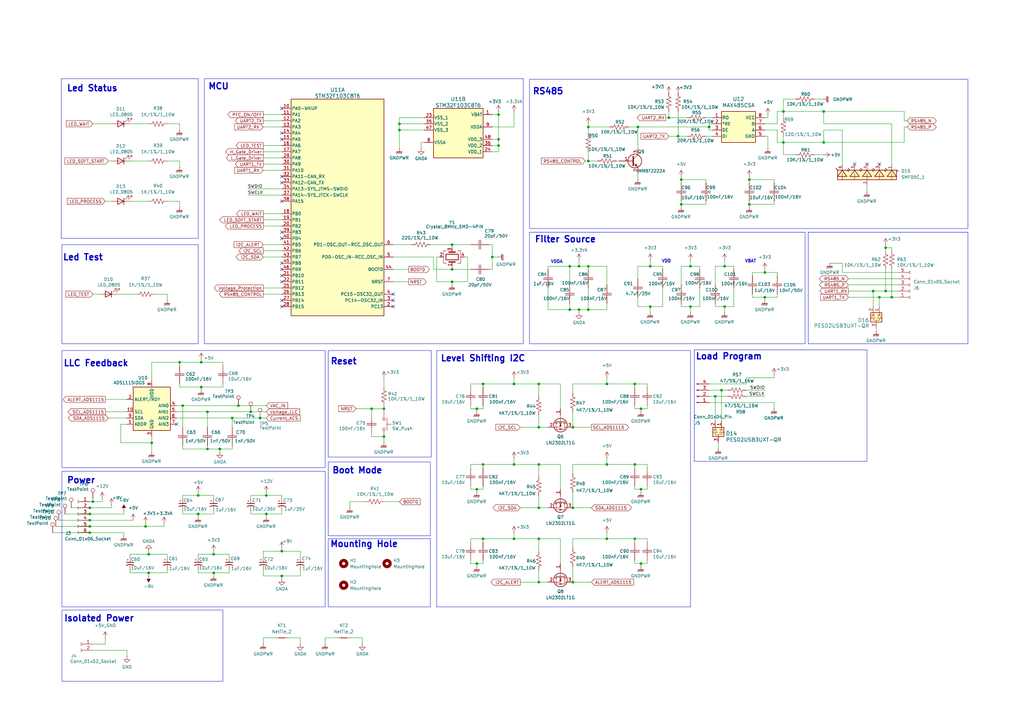
<source format=kicad_sch>
(kicad_sch (version 20231120) (generator "eeschema") (generator_version "8.0")
  (paper "A3")
  (junction (at 90.17 184.15))
  (junction (at 220.98 238.76))
  (junction (at 363.22 101.6))
  (junction (at 360.68 121.92))
  (junction (at 163.83 53.34))
  (junction (at 260.35 190.5))
  (junction (at 185.42 110.49))
  (junction (at 279.4 83.82))
  (junction (at 260.35 157.48))
  (junction (at 237.49 109.22))
  (junction (at 241.3 127))
  (junction (at 248.92 220.98))
  (junction (at 195.58 231.14))
  (junction (at 262.89 231.14))
  (junction (at 157.48 167.64))
  (junction (at 274.32 48.26))
  (junction (at 241.3 52.07))
  (junction (at 233.68 109.22))
  (junction (at 234.95 175.26))
  (junction (at 337.82 58.42))
  (junction (at 313.69 111.76))
  (junction (at 260.35 220.98))
  (junction (at 60.96 227.33))
  (junction (at 233.68 127))
  (junction (at 307.34 83.82))
  (junction (at 363.22 119.38))
  (junction (at 313.69 121.92))
  (junction (at 163.83 50.8))
  (junction (at 220.98 157.48))
  (junction (at 152.4 167.64))
  (junction (at 241.3 66.04))
  (junction (at 109.22 203.2))
  (junction (at 201.93 105.41))
  (junction (at 36.83 218.44))
  (junction (at 195.58 200.66))
  (junction (at 210.82 190.5))
  (junction (at 220.98 220.98))
  (junction (at 237.49 127))
  (junction (at 295.91 160.02))
  (junction (at 36.83 208.28))
  (junction (at 38.1 205.74))
  (junction (at 210.82 220.98))
  (junction (at 220.98 190.5))
  (junction (at 293.37 162.56))
  (junction (at 365.76 121.92))
  (junction (at 321.31 58.42))
  (junction (at 234.95 238.76))
  (junction (at 115.57 236.22))
  (junction (at 36.83 215.9))
  (junction (at 358.14 119.38))
  (junction (at 204.47 57.15))
  (junction (at 157.48 179.07))
  (junction (at 36.83 210.82))
  (junction (at 97.79 166.37))
  (junction (at 266.7 109.22))
  (junction (at 262.89 167.64))
  (junction (at 262.89 200.66))
  (junction (at 278.13 55.88))
  (junction (at 185.42 115.57))
  (junction (at 234.95 208.28))
  (junction (at 109.22 210.82))
  (junction (at 204.47 46.99))
  (junction (at 74.93 166.37))
  (junction (at 81.28 203.2))
  (junction (at 297.18 125.73))
  (junction (at 95.25 171.45))
  (junction (at 220.98 175.26))
  (junction (at 241.3 109.22))
  (junction (at 337.82 45.72))
  (junction (at 283.21 109.22))
  (junction (at 204.47 59.69))
  (junction (at 290.83 52.07))
  (junction (at 198.12 220.98))
  (junction (at 73.66 148.59))
  (junction (at 210.82 157.48))
  (junction (at 62.23 181.61))
  (junction (at 115.57 226.06))
  (junction (at 59.69 215.9))
  (junction (at 185.42 100.33))
  (junction (at 36.83 213.36))
  (junction (at 198.12 190.5))
  (junction (at 198.12 157.48))
  (junction (at 297.18 109.22))
  (junction (at 102.87 168.91))
  (junction (at 220.98 208.28))
  (junction (at 82.55 148.59))
  (junction (at 321.31 45.72))
  (junction (at 60.96 234.95))
  (junction (at 248.92 157.48))
  (junction (at 195.58 167.64))
  (junction (at 87.63 227.33))
  (junction (at 248.92 190.5))
  (junction (at 279.4 73.66))
  (junction (at 85.09 184.15))
  (junction (at 82.55 158.75))
  (junction (at 261.62 52.07))
  (junction (at 307.34 73.66))
  (junction (at 106.68 171.45))
  (junction (at 283.21 125.73))
  (junction (at 85.09 168.91))
  (junction (at 266.7 125.73))
  (junction (at 81.28 210.82))
  (junction (at 87.63 234.95))
  (no_connect (at 115.57 57.15))
  (no_connect (at 115.57 110.49))
  (no_connect (at 115.57 74.93))
  (no_connect (at 115.57 72.39))
  (no_connect (at 161.29 123.19))
  (no_connect (at 115.57 54.61))
  (no_connect (at 360.68 67.31))
  (no_connect (at 115.57 95.25))
  (no_connect (at 115.57 82.55))
  (no_connect (at 115.57 44.45))
  (no_connect (at 72.39 173.99))
  (no_connect (at 355.6 67.31))
  (no_connect (at 115.57 123.19))
  (no_connect (at 115.57 107.95))
  (no_connect (at 115.57 125.73))
  (no_connect (at 115.57 115.57))
  (no_connect (at 115.57 113.03))
  (no_connect (at 161.29 125.73))
  (no_connect (at 115.57 97.79))
  (no_connect (at 161.29 120.65))
  (no_connect (at 350.52 67.31))
  (wire (pts (xy 36.83 210.82) (xy 50.8 210.82)))
  (wire (pts (xy 321.31 45.72) (xy 337.82 45.72)))
  (wire (pts (xy 60.96 227.33) (xy 53.34 227.33)))
  (wire (pts (xy 73.66 149.86) (xy 73.66 148.59)))
  (wire (pts (xy 191.77 105.41) (xy 190.5 105.41)))
  (wire (pts (xy 173.99 48.26) (xy 163.83 48.26)))
  (wire (pts (xy 295.91 160.02) (xy 298.45 160.02)))
  (wire (pts (xy 241.3 127) (xy 248.92 127)))
  (wire (pts (xy 73.66 66.04) (xy 68.58 66.04)))
  (wire (pts (xy 260.35 220.98) (xy 260.35 222.25)))
  (wire (pts (xy 73.66 82.55) (xy 68.58 82.55)))
  (wire (pts (xy 337.82 58.42) (xy 370.84 58.42)))
  (wire (pts (xy 297.18 125.73) (xy 297.18 128.27)))
  (wire (pts (xy 81.28 234.95) (xy 87.63 234.95)))
  (wire (pts (xy 279.4 73.66) (xy 289.56 73.66)))
  (wire (pts (xy 43.18 261.62) (xy 43.18 264.16)))
  (wire (pts (xy 279.4 125.73) (xy 283.21 125.73)))
  (wire (pts (xy 53.34 227.33) (xy 53.34 228.6)))
  (wire (pts (xy 261.62 52.07) (xy 261.62 60.96)))
  (wire (pts (xy 107.95 236.22) (xy 115.57 236.22)))
  (wire (pts (xy 74.93 204.47) (xy 74.93 203.2)))
  (wire (pts (xy 107.95 52.07) (xy 115.57 52.07)))
  (wire (pts (xy 198.12 167.64) (xy 198.12 166.37)))
  (wire (pts (xy 102.87 210.82) (xy 109.22 210.82)))
  (wire (pts (xy 106.68 171.45) (xy 109.22 171.45)))
  (wire (pts (xy 279.4 124.46) (xy 279.4 125.73)))
  (wire (pts (xy 157.48 154.94) (xy 157.48 158.75)))
  (wire (pts (xy 49.53 173.99) (xy 49.53 181.61)))
  (wire (pts (xy 152.4 177.8) (xy 152.4 179.07)))
  (wire (pts (xy 278.13 45.72) (xy 278.13 55.88)))
  (wire (pts (xy 260.35 167.64) (xy 260.35 166.37)))
  (wire (pts (xy 279.4 109.22) (xy 279.4 116.84)))
  (wire (pts (xy 250.19 52.07) (xy 241.3 52.07)))
  (wire (pts (xy 143.51 261.62) (xy 148.59 261.62)))
  (wire (pts (xy 241.3 109.22) (xy 248.92 109.22)))
  (wire (pts (xy 198.12 220.98) (xy 210.82 220.98)))
  (wire (pts (xy 287.02 118.11) (xy 287.02 125.73)))
  (wire (pts (xy 233.68 127) (xy 237.49 127)))
  (wire (pts (xy 60.96 66.04) (xy 53.34 66.04)))
  (wire (pts (xy 115.57 226.06) (xy 123.19 226.06)))
  (wire (pts (xy 265.43 157.48) (xy 260.35 157.48)))
  (wire (pts (xy 308.61 121.92) (xy 308.61 120.65)))
  (wire (pts (xy 252.73 66.04) (xy 254 66.04)))
  (wire (pts (xy 102.87 209.55) (xy 102.87 210.82)))
  (wire (pts (xy 274.32 45.72) (xy 274.32 48.26)))
  (wire (pts (xy 358.14 119.38) (xy 363.22 119.38)))
  (wire (pts (xy 157.48 167.64) (xy 157.48 168.91)))
  (wire (pts (xy 179.07 105.41) (xy 180.34 105.41)))
  (wire (pts (xy 345.44 107.95) (xy 345.44 111.76)))
  (wire (pts (xy 234.95 190.5) (xy 248.92 190.5)))
  (wire (pts (xy 260.35 200.66) (xy 260.35 199.39)))
  (wire (pts (xy 234.95 232.41) (xy 234.95 238.76)))
  (wire (pts (xy 293.37 162.56) (xy 293.37 172.72)))
  (wire (pts (xy 234.95 157.48) (xy 234.95 161.29)))
  (wire (pts (xy 163.83 205.74) (xy 157.48 205.74)))
  (wire (pts (xy 50.8 209.55) (xy 50.8 210.82)))
  (wire (pts (xy 73.66 148.59) (xy 82.55 148.59)))
  (wire (pts (xy 44.45 171.45) (xy 52.07 171.45)))
  (wire (pts (xy 293.37 162.56) (xy 298.45 162.56)))
  (wire (pts (xy 347.98 116.84) (xy 368.3 116.84)))
  (wire (pts (xy 266.7 106.68) (xy 266.7 109.22)))
  (wire (pts (xy 318.77 121.92) (xy 318.77 120.65)))
  (wire (pts (xy 198.12 157.48) (xy 210.82 157.48)))
  (wire (pts (xy 265.43 222.25) (xy 265.43 220.98)))
  (wire (pts (xy 308.61 121.92) (xy 313.69 121.92)))
  (wire (pts (xy 161.29 100.33) (xy 168.91 100.33)))
  (wire (pts (xy 365.76 121.92) (xy 368.3 121.92)))
  (wire (pts (xy 49.53 181.61) (xy 62.23 181.61)))
  (wire (pts (xy 220.98 220.98) (xy 229.87 220.98)))
  (wire (pts (xy 297.18 106.68) (xy 297.18 109.22)))
  (wire (pts (xy 293.37 109.22) (xy 293.37 116.84)))
  (wire (pts (xy 172.72 60.96) (xy 172.72 58.42)))
  (wire (pts (xy 290.83 165.1) (xy 317.5 165.1)))
  (wire (pts (xy 317.5 153.67) (xy 317.5 154.94)))
  (wire (pts (xy 307.34 82.55) (xy 307.34 83.82)))
  (wire (pts (xy 248.92 154.94) (xy 248.92 157.48)))
  (wire (pts (xy 102.87 204.47) (xy 102.87 203.2)))
  (wire (pts (xy 318.77 111.76) (xy 318.77 113.03)))
  (wire (pts (xy 157.48 166.37) (xy 157.48 167.64)))
  (wire (pts (xy 210.82 187.96) (xy 210.82 190.5)))
  (wire (pts (xy 73.66 68.58) (xy 73.66 66.04)))
  (wire (pts (xy 82.55 160.02) (xy 82.55 158.75)))
  (wire (pts (xy 318.77 50.8) (xy 318.77 45.72)))
  (wire (pts (xy 163.83 53.34) (xy 173.99 53.34)))
  (wire (pts (xy 300.99 125.73) (xy 300.99 118.11)))
  (wire (pts (xy 193.04 167.64) (xy 193.04 166.37)))
  (wire (pts (xy 307.34 72.39) (xy 307.34 73.66)))
  (wire (pts (xy 95.25 171.45) (xy 106.68 171.45)))
  (wire (pts (xy 52.07 266.7) (xy 52.07 269.24)))
  (wire (pts (xy 370.84 45.72) (xy 370.84 49.53)))
  (wire (pts (xy 95.25 171.45) (xy 95.25 175.26)))
  (wire (pts (xy 289.56 55.88) (xy 292.1 55.88)))
  (wire (pts (xy 307.34 83.82) (xy 307.34 85.09)))
  (wire (pts (xy 321.31 63.5) (xy 321.31 58.42)))
  (wire (pts (xy 185.42 115.57) (xy 185.42 116.84)))
  (wire (pts (xy 262.89 167.64) (xy 262.89 168.91)))
  (wire (pts (xy 210.82 157.48) (xy 220.98 157.48)))
  (wire (pts (xy 360.68 121.92) (xy 360.68 125.73)))
  (wire (pts (xy 220.98 157.48) (xy 220.98 162.56)))
  (wire (pts (xy 195.58 200.66) (xy 198.12 200.66)))
  (wire (pts (xy 72.39 171.45) (xy 95.25 171.45)))
  (wire (pts (xy 210.82 220.98) (xy 220.98 220.98)))
  (wire (pts (xy 107.95 226.06) (xy 115.57 226.06)))
  (wire (pts (xy 229.87 157.48) (xy 229.87 167.64)))
  (wire (pts (xy 38.1 50.8) (xy 45.72 50.8)))
  (wire (pts (xy 107.95 59.69) (xy 115.57 59.69)))
  (wire (pts (xy 224.79 109.22) (xy 224.79 110.49)))
  (wire (pts (xy 82.55 158.75) (xy 91.44 158.75)))
  (wire (pts (xy 107.95 118.11) (xy 115.57 118.11)))
  (wire (pts (xy 321.31 40.64) (xy 321.31 45.72)))
  (wire (pts (xy 314.96 48.26) (xy 314.96 46.99)))
  (wire (pts (xy 146.05 167.64) (xy 152.4 167.64)))
  (wire (pts (xy 287.02 110.49) (xy 287.02 109.22)))
  (wire (pts (xy 107.95 100.33) (xy 115.57 100.33)))
  (wire (pts (xy 260.35 231.14) (xy 260.35 229.87)))
  (wire (pts (xy 60.96 82.55) (xy 53.34 82.55)))
  (wire (pts (xy 73.66 85.09) (xy 73.66 82.55)))
  (wire (pts (xy 201.93 110.49) (xy 200.66 110.49)))
  (wire (pts (xy 161.29 105.41) (xy 177.8 105.41)))
  (wire (pts (xy 115.57 224.79) (xy 115.57 226.06)))
  (wire (pts (xy 113.03 261.62) (xy 107.95 261.62)))
  (wire (pts (xy 193.04 190.5) (xy 198.12 190.5)))
  (wire (pts (xy 107.95 102.87) (xy 115.57 102.87)))
  (wire (pts (xy 36.83 213.36) (xy 54.61 213.36)))
  (wire (pts (xy 36.83 205.74) (xy 38.1 205.74)))
  (wire (pts (xy 68.58 234.95) (xy 60.96 234.95)))
  (wire (pts (xy 52.07 163.83) (xy 43.18 163.83)))
  (wire (pts (xy 90.17 184.15) (xy 95.25 184.15)))
  (wire (pts (xy 363.22 101.6) (xy 363.22 102.87)))
  (wire (pts (xy 68.58 227.33) (xy 68.58 228.6)))
  (wire (pts (xy 220.98 157.48) (xy 229.87 157.48)))
  (wire (pts (xy 210.82 190.5) (xy 220.98 190.5)))
  (wire (pts (xy 283.21 125.73) (xy 287.02 125.73)))
  (wire (pts (xy 318.77 58.42) (xy 318.77 53.34)))
  (wire (pts (xy 279.4 73.66) (xy 279.4 74.93)))
  (wire (pts (xy 198.12 190.5) (xy 198.12 191.77)))
  (wire (pts (xy 220.98 190.5) (xy 220.98 195.58)))
  (wire (pts (xy 62.23 148.59) (xy 73.66 148.59)))
  (wire (pts (xy 224.79 109.22) (xy 233.68 109.22)))
  (wire (pts (xy 220.98 220.98) (xy 220.98 226.06)))
  (wire (pts (xy 229.87 190.5) (xy 229.87 200.66)))
  (wire (pts (xy 261.62 125.73) (xy 266.7 125.73)))
  (wire (pts (xy 191.77 115.57) (xy 185.42 115.57)))
  (wire (pts (xy 85.09 184.15) (xy 90.17 184.15)))
  (wire (pts (xy 62.23 181.61) (xy 62.23 185.42)))
  (wire (pts (xy 195.58 231.14) (xy 198.12 231.14)))
  (wire (pts (xy 90.17 184.15) (xy 90.17 185.42)))
  (wire (pts (xy 337.82 45.72) (xy 370.84 45.72)))
  (wire (pts (xy 337.82 40.64) (xy 334.01 40.64)))
  (wire (pts (xy 204.47 46.99) (xy 204.47 57.15)))
  (wire (pts (xy 43.18 82.55) (xy 45.72 82.55)))
  (wire (pts (xy 265.43 158.75) (xy 265.43 157.48)))
  (wire (pts (xy 93.98 227.33) (xy 93.98 228.6)))
  (wire (pts (xy 261.62 109.22) (xy 266.7 109.22)))
  (wire (pts (xy 60.96 234.95) (xy 53.34 234.95)))
  (wire (pts (xy 295.91 160.02) (xy 295.91 172.72)))
  (wire (pts (xy 87.63 210.82) (xy 81.28 210.82)))
  (wire (pts (xy 179.07 105.41) (xy 179.07 115.57)))
  (wire (pts (xy 265.43 190.5) (xy 260.35 190.5)))
  (wire (pts (xy 317.5 165.1) (xy 317.5 167.64)))
  (wire (pts (xy 163.83 50.8) (xy 173.99 50.8)))
  (wire (pts (xy 262.89 200.66) (xy 260.35 200.66)))
  (wire (pts (xy 292.1 53.34) (xy 290.83 53.34)))
  (wire (pts (xy 262.89 200.66) (xy 265.43 200.66)))
  (wire (pts (xy 198.12 190.5) (xy 210.82 190.5)))
  (wire (pts (xy 307.34 73.66) (xy 307.34 74.93)))
  (wire (pts (xy 74.93 166.37) (xy 72.39 166.37)))
  (wire (pts (xy 289.56 48.26) (xy 292.1 48.26)))
  (wire (pts (xy 68.58 233.68) (xy 68.58 234.95)))
  (wire (pts (xy 53.34 233.68) (xy 53.34 234.95)))
  (wire (pts (xy 220.98 170.18) (xy 220.98 175.26)))
  (wire (pts (xy 21.59 218.44) (xy 36.83 218.44)))
  (wire (pts (xy 274.32 48.26) (xy 281.94 48.26)))
  (wire (pts (xy 107.95 92.71) (xy 115.57 92.71)))
  (wire (pts (xy 185.42 115.57) (xy 179.07 115.57)))
  (wire (pts (xy 262.89 231.14) (xy 265.43 231.14)))
  (wire (pts (xy 138.43 261.62) (xy 133.35 261.62)))
  (wire (pts (xy 73.66 158.75) (xy 82.55 158.75)))
  (wire (pts (xy 261.62 114.3) (xy 261.62 109.22)))
  (wire (pts (xy 234.95 220.98) (xy 248.92 220.98)))
  (wire (pts (xy 265.43 191.77) (xy 265.43 190.5)))
  (wire (pts (xy 229.87 220.98) (xy 229.87 231.14)))
  (wire (pts (xy 24.13 213.36) (xy 36.83 213.36)))
  (wire (pts (xy 81.28 210.82) (xy 81.28 212.09)))
  (wire (pts (xy 210.82 45.72) (xy 210.82 52.07)))
  (wire (pts (xy 198.12 231.14) (xy 198.12 229.87)))
  (wire (pts (xy 68.58 123.19) (xy 68.58 120.65)))
  (wire (pts (xy 233.68 109.22) (xy 233.68 116.84)))
  (wire (pts (xy 314.96 60.96) (xy 314.96 55.88)))
  (wire (pts (xy 44.45 66.04) (xy 45.72 66.04)))
  (wire (pts (xy 123.19 233.68) (xy 123.19 236.22)))
  (wire (pts (xy 107.95 233.68) (xy 107.95 236.22)))
  (wire (pts (xy 204.47 59.69) (xy 204.47 57.15)))
  (wire (pts (xy 115.57 80.01) (xy 101.6 80.01)))
  (wire (pts (xy 176.53 100.33) (xy 185.42 100.33)))
  (wire (pts (xy 337.82 45.72) (xy 337.82 50.8)))
  (wire (pts (xy 248.92 187.96) (xy 248.92 190.5)))
  (wire (pts (xy 143.51 205.74) (xy 149.86 205.74)))
  (wire (pts (xy 191.77 105.41) (xy 191.77 115.57)))
  (wire (pts (xy 68.58 227.33) (xy 60.96 227.33)))
  (wire (pts (xy 38.1 205.74) (xy 41.91 205.74)))
  (wire (pts (xy 294.64 184.15) (xy 294.64 181.61)))
  (wire (pts (xy 115.57 210.82) (xy 115.57 209.55)))
  (wire (pts (xy 87.63 226.06) (xy 87.63 227.33)))
  (wire (pts (xy 157.48 181.61) (xy 157.48 179.07)))
  (wire (pts (xy 290.83 157.48) (xy 306.07 157.48)))
  (wire (pts (xy 172.72 58.42) (xy 173.99 58.42)))
  (wire (pts (xy 26.67 210.82) (xy 36.83 210.82)))
  (wire (pts (xy 60.96 226.06) (xy 60.96 227.33)))
  (wire (pts (xy 337.82 53.34) (xy 345.44 53.34)))
  (wire (pts (xy 74.93 182.88) (xy 74.93 184.15)))
  (wire (pts (xy 185.42 100.33) (xy 193.04 100.33)))
  (wire (pts (xy 313.69 110.49) (xy 313.69 111.76)))
  (wire (pts (xy 266.7 109.22) (xy 271.78 109.22)))
  (wire (pts (xy 266.7 125.73) (xy 266.7 128.27)))
  (wire (pts (xy 43.18 168.91) (xy 52.07 168.91)))
  (wire (pts (xy 102.87 203.2) (xy 109.22 203.2)))
  (wire (pts (xy 297.18 125.73) (xy 300.99 125.73)))
  (wire (pts (xy 273.05 48.26) (xy 274.32 48.26)))
  (wire (pts (xy 195.58 200.66) (xy 195.58 201.93)))
  (wire (pts (xy 193.04 200.66) (xy 193.04 199.39)))
  (wire (pts (xy 49.53 173.99) (xy 52.07 173.99)))
  (wire (pts (xy 81.28 203.2) (xy 87.63 203.2)))
  (wire (pts (xy 233.68 124.46) (xy 233.68 127)))
  (wire (pts (xy 220.98 190.5) (xy 229.87 190.5)))
  (wire (pts (xy 318.77 53.34) (xy 313.69 53.34)))
  (wire (pts (xy 82.55 147.32) (xy 82.55 148.59)))
  (wire (pts (xy 265.43 220.98) (xy 260.35 220.98)))
  (wire (pts (xy 73.66 53.34) (xy 73.66 50.8)))
  (wire (pts (xy 283.21 106.68) (xy 283.21 109.22)))
  (wire (pts (xy 260.35 157.48) (xy 260.35 158.75)))
  (wire (pts (xy 143.51 208.28) (xy 143.51 205.74)))
  (wire (pts (xy 220.98 238.76) (xy 224.79 238.76)))
  (wire (pts (xy 279.4 82.55) (xy 279.4 83.82)))
  (wire (pts (xy 62.23 156.21) (xy 62.23 148.59)))
  (wire (pts (xy 370.84 58.42) (xy 370.84 52.07)))
  (wire (pts (xy 74.93 166.37) (xy 97.79 166.37)))
  (wire (pts (xy 193.04 157.48) (xy 198.12 157.48)))
  (wire (pts (xy 220.98 175.26) (xy 224.79 175.26)))
  (wire (pts (xy 360.68 121.92) (xy 365.76 121.92)))
  (wire (pts (xy 261.62 121.92) (xy 261.62 125.73)))
  (wire (pts (xy 300.99 109.22) (xy 300.99 110.49)))
  (wire (pts (xy 363.22 110.49) (xy 363.22 119.38)))
  (wire (pts (xy 248.92 157.48) (xy 260.35 157.48)))
  (wire (pts (xy 248.92 124.46) (xy 248.92 127)))
  (wire (pts (xy 115.57 203.2) (xy 115.57 204.47)))
  (wire (pts (xy 241.3 66.04) (xy 245.11 66.04)))
  (wire (pts (xy 213.36 175.26) (xy 220.98 175.26)))
  (wire (pts (xy 95.25 182.88) (xy 95.25 184.15)))
  (wire (pts (xy 185.42 100.33) (xy 185.42 101.6)))
  (wire (pts (xy 201.93 105.41) (xy 201.93 110.49)))
  (wire (pts (xy 234.95 168.91) (xy 234.95 175.26)))
  (wire (pts (xy 297.18 109.22) (xy 300.99 109.22)))
  (wire (pts (xy 74.93 210.82) (xy 74.93 209.55)))
  (wire (pts (xy 107.95 67.31) (xy 115.57 67.31)))
  (wire (pts (xy 237.49 128.27) (xy 237.49 127)))
  (wire (pts (xy 68.58 120.65) (xy 63.5 120.65)))
  (wire (pts (xy 293.37 125.73) (xy 297.18 125.73)))
  (wire (pts (xy 107.95 120.65) (xy 115.57 120.65)))
  (wire (pts (xy 345.44 53.34) (xy 345.44 67.31)))
  (wire (pts (xy 290.83 50.8) (xy 290.83 52.07)))
  (wire (pts (xy 107.95 69.85) (xy 115.57 69.85)))
  (wire (pts (xy 306.07 154.94) (xy 317.5 154.94)))
  (wire (pts (xy 261.62 52.07) (xy 290.83 52.07)))
  (wire (pts (xy 234.95 190.5) (xy 234.95 194.31)))
  (wire (pts (xy 370.84 52.07) (xy 372.11 52.07)))
  (wire (pts (xy 60.96 50.8) (xy 53.34 50.8)))
  (wire (pts (xy 262.89 167.64) (xy 260.35 167.64)))
  (wire (pts (xy 262.89 231.14) (xy 260.35 231.14)))
  (wire (pts (xy 38.1 204.47) (xy 38.1 205.74)))
  (wire (pts (xy 261.62 73.66) (xy 261.62 71.12)))
  (wire (pts (xy 50.8 219.71) (xy 50.8 218.44)))
  (wire (pts (xy 326.39 63.5) (xy 321.31 63.5)))
  (wire (pts (xy 67.31 215.9) (xy 67.31 214.63)))
  (wire (pts (xy 152.4 167.64) (xy 157.48 167.64)))
  (wire (pts (xy 60.96 234.95) (xy 60.96 236.22)))
  (wire (pts (xy 365.76 50.8) (xy 365.76 67.31)))
  (wire (pts (xy 115.57 77.47) (xy 101.6 77.47)))
  (wire (pts (xy 237.49 127) (xy 241.3 127)))
  (wire (pts (xy 293.37 109.22) (xy 297.18 109.22)))
  (wire (pts (xy 213.36 208.28) (xy 220.98 208.28)))
  (wire (pts (xy 283.21 125.73) (xy 283.21 128.27)))
  (wire (pts (xy 233.68 127) (xy 224.79 127)))
  (wire (pts (xy 38.1 264.16) (xy 43.18 264.16)))
  (wire (pts (xy 45.72 207.01) (xy 45.72 208.28)))
  (wire (pts (xy 195.58 167.64) (xy 198.12 167.64)))
  (wire (pts (xy 248.92 109.22) (xy 248.92 116.84)))
  (wire (pts (xy 237.49 109.22) (xy 241.3 109.22)))
  (wire (pts (xy 109.22 203.2) (xy 115.57 203.2)))
  (wire (pts (xy 93.98 234.95) (xy 87.63 234.95)))
  (wire (pts (xy 262.89 200.66) (xy 262.89 201.93)))
  (wire (pts (xy 220.98 203.2) (xy 220.98 208.28)))
  (wire (pts (xy 308.61 111.76) (xy 308.61 113.03)))
  (wire (pts (xy 240.03 66.04) (xy 241.3 66.04)))
  (wire (pts (xy 365.76 102.87) (xy 365.76 101.6)))
  (wire (pts (xy 306.07 162.56) (xy 313.69 162.56)))
  (wire (pts (xy 307.34 73.66) (xy 317.5 73.66)))
  (wire (pts (xy 314.96 55.88) (xy 313.69 55.88)))
  (wire (pts (xy 257.81 52.07) (xy 261.62 52.07)))
  (wire (pts (xy 41.91 204.47) (xy 41.91 205.74)))
  (wire (pts (xy 85.09 182.88) (xy 85.09 184.15)))
  (wire (pts (xy 74.93 166.37) (xy 74.93 175.26)))
  (wire (pts (xy 340.36 107.95) (xy 345.44 107.95)))
  (wire (pts (xy 241.3 118.11) (xy 241.3 127)))
  (wire (pts (xy 107.95 64.77) (xy 115.57 64.77)))
  (wire (pts (xy 248.92 190.5) (xy 260.35 190.5)))
  (wire (pts (xy 204.47 62.23) (xy 204.47 59.69)))
  (wire (pts (xy 118.11 261.62) (xy 123.19 261.62)))
  (wire (pts (xy 198.12 220.98) (xy 198.12 222.25)))
  (wire (pts (xy 290.83 160.02) (xy 295.91 160.02)))
  (wire (pts (xy 233.68 109.22) (xy 237.49 109.22)))
  (wire (pts (xy 198.12 200.66) (xy 198.12 199.39)))
  (wire (pts (xy 355.6 78.74) (xy 355.6 76.2)))
  (wire (pts (xy 72.39 168.91) (xy 85.09 168.91)))
  (wire (pts (xy 347.98 119.38) (xy 358.14 119.38)))
  (wire (pts (xy 210.82 154.94) (xy 210.82 157.48)))
  (wire (pts (xy 177.8 105.41) (xy 177.8 110.49)))
  (wire (pts (xy 306.07 160.02) (xy 313.69 160.02)))
  (wire (pts (xy 345.44 111.76) (xy 368.3 111.76)))
  (wire (pts (xy 74.93 184.15) (xy 85.09 184.15)))
  (wire (pts (xy 241.3 110.49) (xy 241.3 109.22)))
  (wire (pts (xy 85.09 168.91) (xy 85.09 175.26)))
  (wire (pts (xy 107.95 105.41) (xy 115.57 105.41)))
  (wire (pts (xy 201.93 52.07) (xy 210.82 52.07)))
  (wire (pts (xy 317.5 74.93) (xy 317.5 73.66)))
  (wire (pts (xy 337.82 53.34) (xy 337.82 58.42)))
  (wire (pts (xy 38.1 266.7) (xy 52.07 266.7)))
  (wire (pts (xy 193.04 158.75) (xy 193.04 157.48)))
  (wire (pts (xy 29.21 208.28) (xy 36.83 208.28)))
  (wire (pts (xy 107.95 49.53) (xy 115.57 49.53)))
  (wire (pts (xy 220.98 233.68) (xy 220.98 238.76)))
  (wire (pts (xy 290.83 52.07) (xy 290.83 53.34)))
  (wire (pts (xy 107.95 46.99) (xy 115.57 46.99)))
  (wire (pts (xy 107.95 87.63) (xy 115.57 87.63)))
  (wire (pts (xy 262.89 231.14) (xy 262.89 232.41)))
  (wire (pts (xy 234.95 220.98) (xy 234.95 224.79)))
  (wire (pts (xy 133.35 261.62) (xy 133.35 264.16)))
  (wire (pts (xy 73.66 157.48) (xy 73.66 158.75)))
  (wire (pts (xy 87.63 203.2) (xy 87.63 204.47)))
  (wire (pts (xy 193.04 231.14) (xy 193.04 229.87)))
  (wire (pts (xy 59.69 215.9) (xy 67.31 215.9)))
  (wire (pts (xy 279.4 72.39) (xy 279.4 73.66)))
  (wire (pts (xy 185.42 110.49) (xy 185.42 109.22)))
  (wire (pts (xy 289.56 83.82) (xy 289.56 82.55)))
  (wire (pts (xy 161.29 110.49) (xy 167.64 110.49)))
  (wire (pts (xy 234.95 157.48) (xy 248.92 157.48)))
  (wire (pts (xy 347.98 114.3) (xy 368.3 114.3)))
  (wire (pts (xy 262.89 167.64) (xy 265.43 167.64)))
  (wire (pts (xy 74.93 210.82) (xy 81.28 210.82)))
  (wire (pts (xy 241.3 54.61) (xy 241.3 52.07)))
  (wire (pts (xy 36.83 215.9) (xy 59.69 215.9)))
  (wire (pts (xy 177.8 110.49) (xy 185.42 110.49)))
  (wire (pts (xy 278.13 55.88) (xy 281.94 55.88)))
  (wire (pts (xy 109.22 201.93) (xy 109.22 203.2)))
  (wire (pts (xy 363.22 100.33) (xy 363.22 101.6)))
  (wire (pts (xy 50.8 218.44) (xy 36.83 218.44)))
  (wire (pts (xy 163.83 48.26) (xy 163.83 50.8)))
  (wire (pts (xy 347.98 121.92) (xy 360.68 121.92)))
  (wire (pts (xy 109.22 210.82) (xy 109.22 212.09)))
  (wire (pts (xy 152.4 179.07) (xy 157.48 179.07)))
  (wire (pts (xy 220.98 208.28) (xy 224.79 208.28)))
  (wire (pts (xy 123.19 226.06) (xy 123.19 228.6)))
  (wire (pts (xy 87.63 209.55) (xy 87.63 210.82)))
  (wire (pts (xy 38.1 120.65) (xy 40.64 120.65)))
  (wire (pts (xy 193.04 220.98) (xy 198.12 220.98)))
  (wire (pts (xy 193.04 231.14) (xy 195.58 231.14)))
  (wire (pts (xy 198.12 157.48) (xy 198.12 158.75)))
  (wire (pts (xy 87.63 227.33) (xy 93.98 227.33)))
  (wire (pts (xy 313.69 111.76) (xy 318.77 111.76)))
  (wire (pts (xy 313.69 121.92) (xy 318.77 121.92)))
  (wire (pts (xy 210.82 218.44) (xy 210.82 220.98)))
  (wire (pts (xy 93.98 233.68) (xy 93.98 234.95)))
  (wire (pts (xy 115.57 236.22) (xy 123.19 236.22)))
  (wire (pts (xy 36.83 208.28) (xy 45.72 208.28)))
  (wire (pts (xy 62.23 179.07) (xy 62.23 181.61)))
  (wire (pts (xy 107.95 261.62) (xy 107.95 264.16)))
  (wire (pts (xy 370.84 49.53) (xy 372.11 49.53)))
  (wire (pts (xy 279.4 83.82) (xy 289.56 83.82)))
  (wire (pts (xy 242.57 208.28) (xy 234.95 208.28)))
  (wire (pts (xy 195.58 231.14) (xy 195.58 232.41)))
  (wire (pts (xy 337.82 63.5) (xy 334.01 63.5)))
  (wire (pts (xy 274.32 55.88) (xy 278.13 55.88)))
  (wire (pts (xy 193.04 200.66) (xy 195.58 200.66)))
  (wire (pts (xy 290.83 50.8) (xy 292.1 50.8)))
  (wire (pts (xy 318.77 45.72) (xy 321.31 45.72)))
  (wire (pts (xy 234.95 201.93) (xy 234.95 208.28)))
  (wire (pts (xy 313.69 123.19) (xy 313.69 121.92)))
  (wire (pts (xy 107.95 226.06) (xy 107.95 228.6)))
  (wire (pts (xy 242.57 175.26) (xy 234.95 175.26)))
  (wire (pts (xy 271.78 109.22) (xy 271.78 110.49)))
  (wire (pts (xy 313.69 50.8) (xy 318.77 50.8)))
  (wire (pts (xy 163.83 50.8) (xy 163.83 53.34)))
  (wire (pts (xy 201.93 100.33) (xy 201.93 105.41)))
  (wire (pts (xy 22.86 215.9) (xy 36.83 215.9)))
  (wire (pts (xy 321.31 45.72) (xy 321.31 48.26)))
  (wire (pts (xy 161.29 115.57) (xy 167.64 115.57)))
  (wire (pts (xy 204.47 105.41) (xy 201.93 105.41)))
  (wire (pts (xy 363.22 119.38) (xy 368.3 119.38)))
  (wire (pts (xy 265.43 200.66) (xy 265.43 199.39)))
  (wire (pts (xy 201.93 46.99) (xy 204.47 46.99)))
  (wire (pts (xy 195.58 167.64) (xy 195.58 168.91)))
  (wire (pts (xy 358.14 119.38) (xy 358.14 125.73)))
  (wire (pts (xy 359.41 135.89) (xy 359.41 134.62)))
  (wire (pts (xy 306.07 157.48) (xy 306.07 154.94)))
  (wire (pts (xy 115.57 237.49) (xy 115.57 236.22)))
  (wire (pts (xy 163.83 53.34) (xy 163.83 60.96)))
  (wire (pts (xy 279.4 83.82) (xy 279.4 85.09)))
  (wire (pts (xy 123.19 261.62) (xy 123.19 264.16)))
  (wire (pts (xy 193.04 167.64) (xy 195.58 167.64)))
  (wire (pts (xy 213.36 238.76) (xy 220.98 238.76)))
  (wire (pts (xy 201.93 100.33) (xy 200.66 100.33)))
  (wire (pts (xy 266.7 125.73) (xy 271.78 125.73)))
  (wire (pts (xy 224.79 118.11) (xy 224.79 127)))
  (wire (pts (xy 193.04 222.25) (xy 193.04 220.98)))
  (wire (pts (xy 204.47 45.72) (xy 204.47 46.99)))
  (wire (pts (xy 102.87 168.91) (xy 109.22 168.91)))
  (wire (pts (xy 81.28 234.95) (xy 81.28 233.68)))
  (wire (pts (xy 237.49 106.68) (xy 237.49 109.22)))
  (wire (pts (xy 201.93 57.15) (xy 204.47 57.15)))
  (wire (pts (xy 242.57 238.76) (xy 234.95 238.76)))
  (wire (pts (xy 193.04 191.77) (xy 193.04 190.5)))
  (wire (pts (xy 260.35 190.5) (xy 260.35 191.77)))
  (wire (pts (xy 73.66 50.8) (xy 68.58 50.8)))
  (wire (pts (xy 363.22 101.6) (xy 365.76 101.6)))
  (wire (pts (xy 241.3 62.23) (xy 241.3 66.04)))
  (wire (pts (xy 289.56 74.93) (xy 289.56 73.66)))
  (wire (pts (xy 308.61 111.76) (xy 313.69 111.76)))
  (wire (pts (xy 81.28 201.93) (xy 81.28 203.2)))
  (wire (pts (xy 279.4 109.22) (xy 283.21 109.22)))
  (wire (pts (xy 85.09 168.91) (xy 102.87 168.91)))
  (wire (pts (xy 290.83 162.56) (xy 293.37 162.56)))
  (wire (pts (xy 81.28 228.6) (xy 81.28 227.33)))
  (wire (pts (xy 82.55 148.59) (xy 91.44 148.59)))
  (wire (pts (xy 81.28 227.33) (xy 87.63 227.33)))
  (wire (pts (xy 91.44 148.59) (xy 91.44 149.86)))
  (wire (pts (xy 265.43 231.14) (xy 265.43 229.87)))
  (wire (pts (xy 107.95 62.23) (xy 115.57 62.23)))
  (wire (pts (xy 321.31 58.42) (xy 318.77 58.42)))
  (wire (pts (xy 91.44 158.75) (xy 91.44 157.48)))
  (wire (pts (xy 293.37 124.46) (xy 293.37 125.73)))
  (wire (pts (xy 185.42 110.49) (xy 193.04 110.49)))
  (wire (pts (xy 109.22 210.82) (xy 115.57 210.82)))
  (wire (pts (xy 283.21 109.22) (xy 287.02 109.22)))
  (wire (pts (xy 107.95 90.17) (xy 115.57 90.17)))
  (wire (pts (xy 307.34 83.82) (xy 317.5 83.82)))
  (wire (pts (xy 97.79 166.37) (xy 109.22 166.37)))
  (wire (pts (xy 317.5 83.82) (xy 317.5 82.55)))
  (wire (pts (xy 248.92 218.44) (xy 248.92 220.98)))
  (wire (pts (xy 55.88 120.65) (xy 48.26 120.65)))
  (wire (pts (xy 314.96 48.26) (xy 313.69 48.26)))
  (wire (pts (xy 365.76 110.49) (xy 365.76 121.92)))
  (wire (pts (xy 321.31 55.88) (xy 321.31 58.42)))
  (wire (pts (xy 337.82 50.8) (xy 365.76 50.8)))
  (wire (pts (xy 201.93 59.69) (xy 204.47 59.69)))
  (wire (pts (xy 59.69 215.9) (xy 59.69 214.63)))
  (wire (pts (xy 241.3 50.8) (xy 241.3 52.07)))
  (wire (pts (xy 74.93 203.2) (xy 81.28 203.2)))
  (wire (pts (xy 201.93 62.23) (xy 204.47 62.23)))
  (wire (pts (xy 265.43 167.64) (xy 265.43 166.37)))
  (wire (pts (xy 321.31 58.42) (xy 337.82 58.42)))
  (wire (pts (xy 87.63 234.95) (xy 87.63 236.22)))
  (wire (pts (xy 326.39 40.64) (xy 321.31 40.64)))
  (wire (pts (xy 271.78 118.11) (xy 271.78 125.73)))
  (wire (pts (xy 248.92 220.98) (xy 260.35 220.98)))
  (wire (pts (xy 152.4 167.64) (xy 152.4 170.18)))
  (wire (pts (xy 148.59 261.62) (xy 148.59 264.16)))
  (rectangle (start 217.17 95.25) (end 330.2 140.97))
  (rectangle (start 284.734 143.51) (end 355.6 189.23))
  (rectangle (start 179.07 143.764) (end 283.21 248.92))
  (rectangle (start 134.62 143.764) (end 176.8602 187.452))
  (rectangle (start 83.82 32.258) (end 214.63 140.97))
  (rectangle (start 25.4 143.764) (end 133.35 191.77))
  (rectangle (start 134.62 189.484) (end 176.53 219.71))
  (rectangle (start 25.146 32.258) (end 81.28 97.79))
  (rectangle (start 25.4 193.294) (end 133.35 248.92))
  (rectangle (start 331.47 95.25) (end 397.002 140.97))
  (rectangle (start 134.62 220.98) (end 176.53 248.92))
  (rectangle (start 25.4 250.19) (end 91.44 279.4))
  (rectangle (start 25.4 100.33) (end 81.28 140.97))
  (rectangle (start 217.17 32.512) (end 397.002 93.726))
  (text "Power" (at 33.274 197.104 0) (effects (font (size 2.54 2.54) (bold yes))))
  (text "Isolated Power" (at 40.64 253.746 0) (effects (font (size 2.54 2.54) (bold yes))))
  (text "Level Shifting I2C\n" (at 180.594 148.59 0) (effects (font (size 2.54 2.54) (thickness 0.508) (bold yes)) (justify left bottom)))
  (text "VDD" (at 273.304 107.188 0) (effects (font (size 1.27 1.27) (thickness 0.254) (bold yes))))
  (text "LLC Feedback" (at 39.37 149.098 0) (effects (font (size 2.54 2.54) (bold yes))))
  (text "MCU" (at 89.662 35.56 0) (effects (font (size 2.54 2.54) (bold yes))))
  (text "Led Test" (at 34.036 105.664 0) (effects (font (size 2.54 2.54) (bold yes))))
  (text "Led Status" (at 37.846 36.322 0) (effects (font (size 2.54 2.54) (bold yes))))
  (text "Reset\n" (at 140.97 148.336 0) (effects (font (size 2.54 2.54) (bold yes))))
  (text "VBAT" (at 307.848 107.188 0) (effects (font (size 1.27 1.27) (thickness 0.254) (bold yes))))
  (text "Filter Source" (at 231.902 98.298 0) (effects (font (size 2.54 2.54) (thickness 0.508) (bold yes))))
  (text "VDDA" (at 228.346 107.442 0) (effects (font (size 1.27 1.27) (thickness 0.254) (bold yes))))
  (text "RS485" (at 224.79 37.592 0) (effects (font (size 2.54 2.54) (bold yes))))
  (text "Mounting Hole\n" (at 149.352 223.266 0) (effects (font (size 2.54 2.54) (bold yes))))
  (text "Boot Mode" (at 146.558 193.04 0) (effects (font (size 2.54 2.54) (bold yes))))
  (text "Load Program" (at 298.958 146.304 0) (effects (font (size 2.54 2.54) (bold yes))))
  (label "SWCLK" (at 101.6 80.01 0))
  (label "SWDIO" (at 313.69 160.02 180))
  (label "SWDIO" (at 101.6 77.47 0))
  (label "SWCLK" (at 313.69 162.56 180))
  (global_label "SDA_ADS1115" (shape bidirectional) (at 242.57 208.28 0) (property "Intersheetrefs" "${INTERSHEET_REFS}" (effects (hide yes))))
  (global_label "UART1_TX" (shape output) (at 107.95 67.31 180) (property "Intersheetrefs" "${INTERSHEET_REFS}" (effects (hide yes))))
  (global_label "I2C_SDA" (shape bidirectional) (at 107.95 105.41 180) (property "Intersheetrefs" "${INTERSHEET_REFS}" (effects (hide yes))))
  (global_label "ALERT_ADS1115" (shape output) (at 43.18 163.83 180) (property "Intersheetrefs" "${INTERSHEET_REFS}" (effects (hide yes))))
  (global_label "I2C_SDA" (shape bidirectional) (at 213.36 208.28 180) (property "Intersheetrefs" "${INTERSHEET_REFS}" (effects (hide yes))))
  (global_label "UART2_TX" (shape input) (at 274.32 55.88 180) (property "Intersheetrefs" "${INTERSHEET_REFS}" (effects (hide yes))))
  (global_label "LED_PROCESS" (shape output) (at 107.95 92.71 180) (property "Intersheetrefs" "${INTERSHEET_REFS}" (effects (hide yes))))
  (global_label "PFC_ON{slash}OFF" (shape output) (at 107.95 46.99 180) (property "Intersheetrefs" "${INTERSHEET_REFS}" (effects (hide yes))))
  (global_label "BOOT0" (shape input) (at 163.83 205.74 0) (property "Intersheetrefs" "${INTERSHEET_REFS}" (effects (hide yes))))
  (global_label "Current_ACS" (shape input) (at 109.22 171.45 0) (property "Intersheetrefs" "${INTERSHEET_REFS}" (effects (hide yes))))
  (global_label "LED_TEST" (shape input) (at 38.1 120.65 180) (property "Intersheetrefs" "${INTERSHEET_REFS}" (effects (hide yes))))
  (global_label "L_Gate_Driver" (shape output) (at 107.95 64.77 180) (property "Intersheetrefs" "${INTERSHEET_REFS}" (effects (hide yes))))
  (global_label "RS485_P" (shape bidirectional) (at 347.98 116.84 180) (property "Intersheetrefs" "${INTERSHEET_REFS}" (effects (hide yes))))
  (global_label "LED_TEST" (shape output) (at 107.95 59.69 180) (property "Intersheetrefs" "${INTERSHEET_REFS}" (effects (hide yes))))
  (global_label "LED_WAIT" (shape output) (at 107.95 87.63 180) (property "Intersheetrefs" "${INTERSHEET_REFS}" (effects (hide yes))))
  (global_label "RS485_P" (shape bidirectional) (at 372.11 52.07 0) (property "Intersheetrefs" "${INTERSHEET_REFS}" (effects (hide yes))))
  (global_label "SCL_ADS1115" (shape output) (at 242.57 175.26 0) (property "Intersheetrefs" "${INTERSHEET_REFS}" (effects (hide yes))))
  (global_label "SDA_ADS1115" (shape bidirectional) (at 44.45 171.45 180) (property "Intersheetrefs" "${INTERSHEET_REFS}" (effects (hide yes))))
  (global_label "NRST" (shape input) (at 146.05 167.64 180) (property "Intersheetrefs" "${INTERSHEET_REFS}" (effects (hide yes))))
  (global_label "VAC_IN" (shape input) (at 109.22 166.37 0) (property "Intersheetrefs" "${INTERSHEET_REFS}" (effects (hide yes))))
  (global_label "UART1_RX" (shape output) (at 347.98 119.38 180) (property "Intersheetrefs" "${INTERSHEET_REFS}" (effects (hide yes))))
  (global_label "UART2_TX" (shape output) (at 107.95 49.53 180) (property "Intersheetrefs" "${INTERSHEET_REFS}" (effects (hide yes))))
  (global_label "I2C_SCL" (shape input) (at 213.36 175.26 180) (property "Intersheetrefs" "${INTERSHEET_REFS}" (effects (hide yes))))
  (global_label "LED_WAIT" (shape input) (at 38.1 50.8 180) (property "Intersheetrefs" "${INTERSHEET_REFS}" (effects (hide yes))))
  (global_label "H_Gate_Driver" (shape output) (at 107.95 62.23 180) (property "Intersheetrefs" "${INTERSHEET_REFS}" (effects (hide yes))))
  (global_label "LED_SOFT_START" (shape input) (at 44.45 66.04 180) (property "Intersheetrefs" "${INTERSHEET_REFS}" (effects (hide yes))))
  (global_label "LED_PROCESS" (shape input) (at 43.18 82.55 180) (property "Intersheetrefs" "${INTERSHEET_REFS}" (effects (hide yes))))
  (global_label "UART1_RX" (shape input) (at 107.95 69.85 180) (property "Intersheetrefs" "${INTERSHEET_REFS}" (effects (hide yes))))
  (global_label "BOOT0" (shape output) (at 167.64 110.49 0) (property "Intersheetrefs" "${INTERSHEET_REFS}" (effects (hide yes))))
  (global_label "ALERT_ADS1115" (shape input) (at 242.57 238.76 0) (property "Intersheetrefs" "${INTERSHEET_REFS}" (effects (hide yes))))
  (global_label "SCL_ADS1115" (shape output) (at 43.18 168.91 180) (property "Intersheetrefs" "${INTERSHEET_REFS}" (effects (hide yes))))
  (global_label "UART2_RX" (shape input) (at 107.95 52.07 180) (property "Intersheetrefs" "${INTERSHEET_REFS}" (effects (hide yes))))
  (global_label "UART2_RX" (shape output) (at 273.05 48.26 180) (property "Intersheetrefs" "${INTERSHEET_REFS}" (effects (hide yes))))
  (global_label "NRST" (shape output) (at 167.64 115.57 0) (property "Intersheetrefs" "${INTERSHEET_REFS}" (effects (hide yes))))
  (global_label "RS485_N" (shape bidirectional) (at 372.11 49.53 0) (property "Intersheetrefs" "${INTERSHEET_REFS}" (effects (hide yes))))
  (global_label "I2C_SCL" (shape output) (at 107.95 102.87 180) (property "Intersheetrefs" "${INTERSHEET_REFS}" (effects (hide yes))))
  (global_label "RS485_CONTROL" (shape input) (at 240.03 66.04 180) (property "Intersheetrefs" "${INTERSHEET_REFS}" (effects (hide yes))))
  (global_label "RS485_CONTROL" (shape output) (at 107.95 120.65 180) (property "Intersheetrefs" "${INTERSHEET_REFS}" (effects (hide yes))))
  (global_label "I2C_ALERT" (shape input) (at 107.95 100.33 180) (property "Intersheetrefs" "${INTERSHEET_REFS}" (effects (hide yes))))
  (global_label "LED_SOFT_START" (shape output) (at 107.95 90.17 180) (property "Intersheetrefs" "${INTERSHEET_REFS}" (effects (hide yes))))
  (global_label "Voltage_LLC" (shape input) (at 109.22 168.91 0) (property "Intersheetrefs" "${INTERSHEET_REFS}" (effects (hide yes))))
  (global_label "UART1_TX" (shape input) (at 347.98 121.92 180) (property "Intersheetrefs" "${INTERSHEET_REFS}" (effects (hide yes))))
  (global_label "I2C_ALERT" (shape output) (at 213.36 238.76 180) (property "Intersheetrefs" "${INTERSHEET_REFS}" (effects (hide yes))))
  (global_label "Voltage_Protection" (shape output) (at 107.95 118.11 180) (property "Intersheetrefs" "${INTERSHEET_REFS}" (effects (hide yes))))
  (global_label "RS485_N" (shape bidirectional) (at 347.98 114.3 180) (property "Intersheetrefs" "${INTERSHEET_REFS}" (effects (hide yes))))
  (symbol (lib_id "power:+3.3VA") (at 210.82 45.72 0) (unit 1)
    (property "Reference" "#PWR092" (effects (hide yes)))
    (property "Value" "+3.3VA" (at 210.82 41.656 0))
    (property "Description" "Power symbol creates a global label with name \"+3.3VA\"" (effects (hide yes)))
  )
  (symbol (lib_id "charge_battery_sym_lib:Ceramic_Cap_SMD_10uF_16V") (at 91.44 157.48 90) (unit 1)
    (property "Reference" "C68" (at 93.726 153.162 90) (effects (justify right)))
    (property "Value" "10uF/16V" (at 93.472 155.448 90) (effects (justify right)))
    (property "Footprint" "charge_battery_footprint_lib:Ceramic_Cap_0603" (effects (hide yes)))
    (property "Datasheet" "https://www.mouser.vn/datasheet/2/40/KYOCERA_AutoMLCCKAM-3106308.pdf" (effects (hide yes)))
    (property "Description" "10%, 0603 (1608 Metric)" (effects (hide yes)))
    (property "Supply name" "Thegioiic" (effects (hide yes)))
    (property "Supply part number" "Tụ Gốm 0603 10uF 16V" (effects (hide yes)))
    (property "Supply URL" "https://www.thegioiic.com/tu-gom-0603-10uf-16v" (effects (hide yes)))
  )
  (symbol (lib_id "charge_battery_sym_lib:Cap_Tantalum_10uF_16V") (at 107.95 228.6 270) (unit 1)
    (property "Reference" "C72" (at 108.204 229.362 90) (effects (justify left)))
    (property "Value" "10uF/16V" (at 108.204 232.918 90) (effects (justify left)))
    (property "Footprint" "charge_battery_footprint_lib:Tan_Cap_A" (effects (hide yes)))
    (property "Description" "TAJA105K016RNJ" (effects (hide yes)))
    (property "Supply name" "Thegioiic" (effects (hide yes)))
    (property "Supply part number" "Tụ Tantalum 10uF 16V 2312 TAJC106K016RNJ" (effects (hide yes)))
    (property "Supply URL" "https://www.thegioiic.com/tu-tantalum-10uf-16v-2312-tajc106k016rnj" (effects (hide yes)))
  )
  (symbol (lib_id "power:GNDPWR") (at 340.36 107.95 0) (unit 1)
    (property "Reference" "#PWR0127" (effects (hide yes)))
    (property "Value" "GNDPWR" (at 340.233 111.76 0))
    (property "Description" "Power symbol creates a global label with name \"GNDPWR\" , global ground" (effects (hide yes)))
  )
  (symbol (lib_id "power:GNDPWR") (at 262.89 232.41 0) (unit 1)
    (property "Reference" "#PWR0105" (effects (hide yes)))
    (property "Value" "GNDPWR" (at 262.763 236.22 0))
    (property "Description" "Power symbol creates a global label with name \"GNDPWR\" , global ground" (effects (hide yes)))
  )
  (symbol (lib_id "charge_battery_sym_lib:Ceramic_Cap_SMD_20pF_50V") (at 194.31 110.49 0) (unit 1)
    (property "Reference" "C80" (at 197.104 114.554 0))
    (property "Value" "20pF/50V" (at 196.85 116.84 0))
    (property "Footprint" "charge_battery_footprint_lib:Ceramic_Cap_0603" (effects (hide yes)))
    (property "Description" "10%, 0603 (1608 Metric)" (effects (hide yes)))
    (property "Supply name" "Thegioiic" (effects (hide yes)))
    (property "Supply part number" "Tụ Gốm 0603 20pF 50V" (effects (hide yes)))
    (property "Supply URL" "https://www.thegioiic.com/tu-gom-0603-20pf-50v" (effects (hide yes)))
  )
  (symbol (lib_name "LED_0805_1") (lib_id "charge_battery_sym_lib:LED_0805") (at 49.53 50.8 180) (unit 1)
    (property "Reference" "D11" (at 49.53 44.704 0))
    (property "Value" "LED_0805" (at 49.784 46.99 0))
    (property "Footprint" "charge_battery_footprint_lib:LED_0805" (effects (hide yes)))
    (property "Description" "Light emitting diode" (effects (hide yes)))
    (property "Supply name" "Thegioiic" (effects (hide yes)))
    (property "Supply part number" "LED Xanh Lá 0805 Dán SMD Trong Suốt" (effects (hide yes)))
    (property "Supply URL" "https://www.thegioiic.com/led-xanh-la-0805-dan-smd-trong-suot" (effects (hide yes)))
  )
  (symbol (lib_name "Ceramic_Cap_SMD_10uF_16V_2") (lib_id "charge_battery_sym_lib:Ceramic_Cap_SMD_10uF_16V") (at 307.34 82.55 90) (unit 1)
    (property "Reference" "C102" (at 307.34 76.962 90) (effects (justify right)))
    (property "Value" "10uF/16V" (at 307.34 81.026 90) (effects (justify right)))
    (property "Footprint" "charge_battery_footprint_lib:Ceramic_Cap_0603" (effects (hide yes)))
    (property "Datasheet" "https://www.mouser.vn/datasheet/2/40/KYOCERA_AutoMLCCKAM-3106308.pdf" (effects (hide yes)))
    (property "Description" "10%, 0603 (1608 Metric)" (effects (hide yes)))
    (property "Supply name" "Thegioiic" (effects (hide yes)))
    (property "Supply part number" "Tụ Gốm 0603 10uF 16V" (effects (hide yes)))
    (property "Supply URL" "https://www.thegioiic.com/tu-gom-0603-10uf-16v" (effects (hide yes)))
  )
  (symbol (lib_id "Connector:TestPoint") (at 97.79 166.37 0) (unit 1)
    (property "Reference" "TP3" (at 92.202 160.528 0) (effects (justify left)))
    (property "Value" "TestPoint" (at 87.122 162.56 0) (effects (justify left)))
    (property "Footprint" "TestPoint:TestPoint_Pad_D1.0mm" (effects (hide yes)))
    (property "Description" "test point" (effects (hide yes)))
  )
  (symbol (lib_id "power:+9V") (at 115.57 224.79 0) (unit 1)
    (property "Reference" "#PWR079" (effects (hide yes)))
    (property "Value" "+9V" (at 117.856 221.996 0))
    (property "Description" "Power symbol creates a global label with name \"+9V\"" (effects (hide yes)))
  )
  (symbol (lib_id "charge_battery_sym_lib:Res_10K_0603_1%") (at 326.39 63.5 0) (unit 1)
    (property "Reference" "R61" (at 330.454 61.468 0))
    (property "Value" "10K/1%/1_10W" (at 330.2 65.532 0))
    (property "Footprint" "charge_battery_footprint_lib:Res_0603" (effects (hide yes)))
    (property "Datasheet" "https://fscdn.rohm.com/en/products/databook/datasheet/passive/resistor/chip_resistor/esr-e.pdf" (effects (hide yes)))
    (property "Description" "Res 10 KOhm 0603 1%" (effects (hide yes)))
    (property "Supply name" "Thegioiic" (effects (hide yes)))
    (property "Supply part number" "Điện Trở 10 KOhm 0603 1%" (effects (hide yes)))
    (property "Supply URL" "https://www.thegioiic.com/dien-tro-10-kohm-0603-1-" (effects (hide yes)))
  )
  (symbol (lib_id "Connector:TestPoint") (at 21.59 218.44 0) (unit 1)
    (property "Reference" "TP11" (at 16.002 212.598 0) (effects (justify left)))
    (property "Value" "TestPoint" (at 10.922 214.63 0) (effects (justify left)))
    (property "Footprint" "TestPoint:TestPoint_Pad_D1.0mm" (effects (hide yes)))
    (property "Description" "test point" (effects (hide yes)))
  )
  (symbol (lib_id "power:GNDPWR") (at 143.51 208.28 0) (unit 1)
    (property "Reference" "#PWR081" (effects (hide yes)))
    (property "Value" "GNDPWR" (at 143.383 212.09 0))
    (property "Description" "Power symbol creates a global label with name \"GNDPWR\" , global ground" (effects (hide yes)))
  )
  (symbol (lib_id "power:+3.3VA") (at 237.49 106.68 0) (unit 1)
    (property "Reference" "#PWR096" (effects (hide yes)))
    (property "Value" "+3.3VA" (at 237.49 102.616 0))
    (property "Description" "Power symbol creates a global label with name \"+3.3VA\"" (effects (hide yes)))
  )
  (symbol (lib_id "charge_battery_sym_lib:Res_10K_0603_1%") (at 149.86 205.74 0) (unit 1)
    (property "Reference" "R41" (at 155.702 200.406 0) (effects (justify right)))
    (property "Value" "10K/1%/1_10W" (at 161.544 202.692 0) (effects (justify right)))
    (property "Footprint" "charge_battery_footprint_lib:Res_0603" (effects (hide yes)))
    (property "Datasheet" "https://fscdn.rohm.com/en/products/databook/datasheet/passive/resistor/chip_resistor/esr-e.pdf" (effects (hide yes)))
    (property "Description" "Res 10 KOhm 0603 1%" (effects (hide yes)))
    (property "Supply name" "Thegioiic" (effects (hide yes)))
    (property "Supply part number" "Điện Trở 10 KOhm 0603 1%" (effects (hide yes)))
    (property "Supply URL" "https://www.thegioiic.com/dien-tro-10-kohm-0603-1-" (effects (hide yes)))
  )
  (symbol (lib_id "charge_battery_sym_lib:Ceramic_Cap_SMD_10uF_16V") (at 193.04 166.37 270) (mirror x) (unit 1)
    (property "Reference" "C76" (at 190.754 162.56 90) (effects (justify right)))
    (property "Value" "10uF/16V" (at 190.754 164.846 90) (effects (justify right)))
    (property "Footprint" "charge_battery_footprint_lib:Ceramic_Cap_0603" (effects (hide yes)))
    (property "Datasheet" "https://www.mouser.vn/datasheet/2/40/KYOCERA_AutoMLCCKAM-3106308.pdf" (effects (hide yes)))
    (property "Description" "10%, 0603 (1608 Metric)" (effects (hide yes)))
    (property "Supply name" "Thegioiic" (effects (hide yes)))
    (property "Supply part number" "Tụ Gốm 0603 10uF 16V" (effects (hide yes)))
    (property "Supply URL" "https://www.thegioiic.com/tu-gom-0603-10uf-16v" (effects (hide yes)))
  )
  (symbol (lib_id "power:GNDPWR") (at 279.4 85.09 0) (unit 1)
    (property "Reference" "#PWR0111" (effects (hide yes)))
    (property "Value" "GNDPWR" (at 279.273 88.9 0))
    (property "Description" "Power symbol creates a global label with name \"GNDPWR\" , global ground" (effects (hide yes)))
  )
  (symbol (lib_id "Connector:Conn_01x04_Pin") (at 285.75 162.56 0) (mirror x) (unit 1)
    (property "Reference" "J5" (at 286.004 173.482 0))
    (property "Value" "Conn_01x04_Pin" (at 292.354 170.942 0))
    (property "Footprint" "Connector_PinHeader_2.54mm:PinHeader_1x04_P2.54mm_Vertical" (effects (hide yes)))
    (property "Description" "Generic connector, single row, 01x04, script generated" (effects (hide yes)))
    (property "Supply name" "Thegioiic" (effects (hide yes)))
  )
  (symbol (lib_id "charge_battery_sym_lib:Res_4K7_0603_1%") (at 220.98 170.18 270) (mirror x) (unit 1)
    (property "Reference" "R44" (at 215.9 166.624 90) (effects (justify left)))
    (property "Value" "4K7/1%/1_10W" (at 204.47 169.418 90) (effects (justify left)))
    (property "Footprint" "charge_battery_footprint_lib:Res_0603" (effects (hide yes)))
    (property "Description" "Res 4.7 KOhm 0603 1%" (effects (hide yes)))
    (property "Supply name" "Thegioiic" (effects (hide yes)))
    (property "Supply part number" "Điện Trở 4.7 KOhm 0603 1%" (effects (hide yes)))
    (property "Supply URL" "https://www.thegioiic.com/dien-tro-4-7-kohm-0603-1-" (effects (hide yes)))
  )
  (symbol (lib_id "charge_battery_sym_lib:Ceramic_Cap_SMD_1nF_50V") (at 74.93 181.61 90) (unit 1)
    (property "Reference" "C63" (at 76.454 177.292 90) (effects (justify right)))
    (property "Value" "1nF/50V" (at 75.946 180.848 90) (effects (justify right)))
    (property "Footprint" "charge_battery_footprint_lib:Ceramic_Cap_0603" (effects (hide yes)))
    (property "Datasheet" "https://www.mouser.vn/datasheet/2/40/KYOCERA_AutoMLCCKAM-3106308.pdf" (effects (hide yes)))
    (property "Description" "10%, 0603 (1608 Metric)" (effects (hide yes)))
    (property "Supply name" "Thegioiic" (effects (hide yes)))
    (property "Supply part number" "Tụ Gốm 0603 1nF 50V" (effects (hide yes)))
    (property "Supply URL" "https://www.thegioiic.com/tu-gom-0603-1nf-50v" (effects (hide yes)))
  )
  (symbol (lib_id "charge_battery_sym_lib:Res_4K7_0603_1%") (at 234.95 201.93 90) (unit 1)
    (property "Reference" "R48" (at 240.03 198.374 90) (effects (justify left)))
    (property "Value" "4K7/1%/1_10W" (at 251.46 201.168 90) (effects (justify left)))
    (property "Footprint" "charge_battery_footprint_lib:Res_0603" (effects (hide yes)))
    (property "Description" "Res 4.7 KOhm 0603 1%" (effects (hide yes)))
    (property "Supply name" "Thegioiic" (effects (hide yes)))
    (property "Supply part number" "Điện Trở 4.7 KOhm 0603 1%" (effects (hide yes)))
    (property "Supply URL" "https://www.thegioiic.com/dien-tro-4-7-kohm-0603-1-" (effects (hide yes)))
  )
  (symbol (lib_id "power:+3V3") (at 59.69 214.63 0) (unit 1)
    (property "Reference" "#PWR062" (effects (hide yes)))
    (property "Value" "+3V3" (at 61.214 210.566 0))
    (property "Description" "Power symbol creates a global label with name \"+3V3\"" (effects (hide yes)))
  )
  (symbol (lib_id "power:GNDPWR") (at 107.95 264.16 0) (unit 1)
    (property "Reference" "#PWR0131" (effects (hide yes)))
    (property "Value" "GNDPWR" (at 107.95 268.224 0))
    (property "Description" "Power symbol creates a global label with name \"GNDPWR\" , global ground" (effects (hide yes)))
  )
  (symbol (lib_id "charge_battery_sym_lib:MAX485CSA") (at 295.91 58.42 0) (unit 1)
    (property "Reference" "U12" (at 302.895 40.64 0) (effects (font (size 1.524 1.524))))
    (property "Value" "MAX485CSA" (at 302.895 43.18 0) (effects (font (size 1.524 1.524))))
    (property "Footprint" "charge_battery_footprint_lib:SOIC-8" (effects (hide yes)))
    (property "Datasheet" "https://www.analog.com/media/en/technical-documentation/data-sheets/MAX1487-MAX491.pdf" (effects (hide yes)))
    (property "Description" "The MAX485 are low-power transceivers for RS-485 and RS-422 communication" (effects (hide yes)))
    (property "Supply URL" "http://www.tme.vn/Product.aspx?id=482#page=pro_info" (effects (hide yes)))
    (property "Supply Part Number" "MAX485CSA" (effects (hide yes)))
    (property "Supply name" "tme" (effects (hide yes)))
  )
  (symbol (lib_id "charge_battery_sym_lib:Ceramic_Cap_SMD_100nF_16V") (at 260.35 165.1 270) (mirror x) (unit 1)
    (property "Reference" "C88" (at 258.064 162.56 90) (effects (justify right)))
    (property "Value" "100nF/16V" (at 257.81 164.846 90) (effects (justify right)))
    (property "Footprint" "charge_battery_footprint_lib:Ceramic_Cap_0603" (effects (hide yes)))
    (property "Datasheet" "https://www.mouser.vn/datasheet/2/40/KYOCERA_AutoMLCCKAM-3106308.pdf" (effects (hide yes)))
    (property "Description" "10%, 0603 (1608 Metric)" (effects (hide yes)))
    (property "Supply name" "Thegioiic" (effects (hide yes)))
    (property "Supply part number" "Tụ Gốm 0603 100nF (0.1uF) 16V" (effects (hide yes)))
    (property "Supply URL" "https://www.thegioiic.com/tu-gom-0603-100nf-0-1uf-16v" (effects (hide yes)))
  )
  (symbol (lib_id "power:GNDPWR") (at 262.89 168.91 0) (unit 1)
    (property "Reference" "#PWR0103" (effects (hide yes)))
    (property "Value" "GNDPWR" (at 262.763 172.72 0))
    (property "Description" "Power symbol creates a global label with name \"GNDPWR\" , global ground" (effects (hide yes)))
  )
  (symbol (lib_name "LED_0805_1") (lib_id "charge_battery_sym_lib:LED_0805") (at 49.53 66.04 180) (unit 1)
    (property "Reference" "D12" (at 49.53 59.944 0))
    (property "Value" "LED_0805" (at 49.784 62.23 0))
    (property "Footprint" "charge_battery_footprint_lib:LED_0805" (effects (hide yes)))
    (property "Description" "Light emitting diode" (effects (hide yes)))
    (property "Supply name" "Thegioiic" (effects (hide yes)))
    (property "Supply part number" "LED Xanh Lá 0805 Dán SMD Trong Suốt" (effects (hide yes)))
    (property "Supply URL" "https://www.thegioiic.com/led-xanh-la-0805-dan-smd-trong-suot" (effects (hide yes)))
  )
  (symbol (lib_id "charge_battery_sym_lib:Ceramic_Cap_SMD_20pF_50V") (at 194.31 100.33 0) (unit 1)
    (property "Reference" "C79" (at 200.66 94.742 0))
    (property "Value" "20pF/50V" (at 203.454 96.774 0))
    (property "Footprint" "charge_battery_footprint_lib:Ceramic_Cap_0603" (effects (hide yes)))
    (property "Description" "10%, 0603 (1608 Metric)" (effects (hide yes)))
    (property "Supply name" "Thegioiic" (effects (hide yes)))
    (property "Supply part number" "Tụ Gốm 0603 20pF 50V" (effects (hide yes)))
    (property "Supply URL" "https://www.thegioiic.com/tu-gom-0603-20pf-50v" (effects (hide yes)))
  )
  (symbol (lib_id "charge_battery_sym_lib:Cap_Tantalum_1uF_16V") (at 93.98 228.6 270) (unit 1)
    (property "Reference" "C69" (at 94.488 229.108 90) (effects (justify left)))
    (property "Value" "1uF/16V" (at 94.742 233.172 90) (effects (justify left)))
    (property "Footprint" "charge_battery_footprint_lib:Tan_Cap_A" (effects (hide yes)))
    (property "Description" "TAJA105K016RNJ" (effects (hide yes)))
    (property "Supply name" "Thegioiic" (effects (hide yes)))
    (property "Supply part number" "Tụ Tantalum 1uF 16V 1206 TAJA105K016RNJ" (effects (hide yes)))
    (property "Supply URL" "https://www.thegioiic.com/tu-tantalum-1uf-16v-1206-taja105k016rnj" (effects (hide yes)))
  )
  (symbol (lib_id "power:GNDPWR") (at 359.41 135.89 0) (unit 1)
    (property "Reference" "#PWR0129" (effects (hide yes)))
    (property "Value" "GNDPWR" (at 359.283 139.7 0))
    (property "Description" "Power symbol creates a global label with name \"GNDPWR\" , global ground" (effects (hide yes)))
  )
  (symbol (lib_id "charge_battery_sym_lib:Res_10K_0603_1%") (at 245.11 66.04 0) (unit 1)
    (property "Reference" "R51" (at 249.174 64.008 0))
    (property "Value" "10K/1%/1_10W" (at 248.92 68.072 0))
    (property "Footprint" "charge_battery_footprint_lib:Res_0603" (effects (hide yes)))
    (property "Datasheet" "https://fscdn.rohm.com/en/products/databook/datasheet/passive/resistor/chip_resistor/esr-e.pdf" (effects (hide yes)))
    (property "Description" "Res 10 KOhm 0603 1%" (effects (hide yes)))
    (property "Supply name" "Thegioiic" (effects (hide yes)))
    (property "Supply part number" "Điện Trở 10 KOhm 0603 1%" (effects (hide yes)))
    (property "Supply URL" "https://www.thegioiic.com/dien-tro-10-kohm-0603-1-" (effects (hide yes)))
  )
  (symbol (lib_id "charge_battery_sym_lib:LN2302LT1G") (at 229.87 231.14 270) (unit 1)
    (property "Reference" "Q8" (at 229.87 242.57 90))
    (property "Value" "LN2302LT1G" (at 229.87 245.11 90))
    (property "Footprint" "charge_battery_footprint_lib:SOT23" (effects (hide yes)))
    (property "Datasheet" "https://www.lrc.cn/Upload/PDF/Product/MOS/ln2302lt1g.pdf" (effects (hide yes)))
    (property "Description" "N-Channel MOSFETs" (effects (hide yes)))
    (property "Supply name" "tme" (effects (hide yes)))
    (property "Supply part number" "LN2302LT1G" (effects (hide yes)))
    (property "Supply URL" "http://www.tme.vn/Product.aspx?id=839#page=pro_info" (effects (hide yes)))
  )
  (symbol (lib_id "charge_battery_sym_lib:Res_1K_0603_1%") (at 60.96 82.55 0) (unit 1)
    (property "Reference" "R40" (at 64.77 76.2 0))
    (property "Value" "1K/1%/1_10W" (at 64.77 78.74 0))
    (property "Footprint" "charge_battery_footprint_lib:Res_0603" (effects (hide yes)))
    (property "Datasheet" "https://fscdn.rohm.com/en/products/databook/datasheet/passive/resistor/chip_resistor/esr-e.pdf" (effects (hide yes)))
    (property "Description" "Res 1 KOhm 0603 1%" (effects (hide yes)))
    (property "Supply name" "Thegioiic" (effects (hide yes)))
    (property "Supply part number" "Điện Trở 1 KOhm 0603 1%" (effects (hide yes)))
    (property "Supply URL" "https://www.thegioiic.com/dien-tro-10-kohm-0603-1-" (effects (hide yes)))
  )
  (symbol (lib_id "power:+3V3") (at 317.5 153.67 0) (unit 1)
    (property "Reference" "#PWR0123" (effects (hide yes)))
    (property "Value" "+3V3" (at 321.056 151.384 0))
    (property "Description" "Power symbol creates a global label with name \"+3V3\"" (effects (hide yes)))
  )
  (symbol (lib_id "power:GNDPWR") (at 82.55 160.02 0) (unit 1)
    (property "Reference" "#PWR073" (effects (hide yes)))
    (property "Value" "GNDPWR" (at 82.423 163.83 0))
    (property "Description" "Power symbol creates a global label with name \"GNDPWR\" , global ground" (effects (hide yes)))
  )
  (symbol (lib_id "power:+3V3") (at 266.7 106.68 0) (unit 1)
    (property "Reference" "#PWR0106" (effects (hide yes)))
    (property "Value" "+3V3" (at 266.7 101.6 0))
    (property "Description" "Power symbol creates a global label with name \"+3V3\"" (effects (hide yes)))
  )
  (symbol (lib_id "charge_battery_sym_lib:Cap_Tantalum_10uF_16V") (at 74.93 204.47 270) (unit 1)
    (property "Reference" "C64" (at 75.184 205.232 90) (effects (justify left)))
    (property "Value" "10uF/16V" (at 75.184 208.788 90) (effects (justify left)))
    (property "Footprint" "charge_battery_footprint_lib:Tan_Cap_A" (effects (hide yes)))
    (property "Description" "TAJA105K016RNJ" (effects (hide yes)))
    (property "Supply name" "Thegioiic" (effects (hide yes)))
    (property "Supply part number" "Tụ Tantalum 10uF 16V 2312 TAJC106K016RNJ" (effects (hide yes)))
    (property "Supply URL" "https://www.thegioiic.com/tu-tantalum-10uf-16v-2312-tajc106k016rnj" (effects (hide yes)))
  )
  (symbol (lib_name "Ceramic_Cap_SMD_100nF_16V_2") (lib_id "charge_battery_sym_lib:Ceramic_Cap_SMD_100nF_16V") (at 233.68 123.19 90) (unit 1)
    (property "Reference" "C85" (at 229.616 118.872 90) (effects (justify right)))
    (property "Value" "100nF/16V" (at 222.758 122.428 90) (effects (justify right)))
    (property "Footprint" "charge_battery_footprint_lib:Ceramic_Cap_0603" (effects (hide yes)))
    (property "Datasheet" "https://www.mouser.vn/datasheet/2/40/KYOCERA_AutoMLCCKAM-3106308.pdf" (effects (hide yes)))
    (property "Description" "10%, 0603 (1608 Metric)" (effects (hide yes)))
    (property "Supply name" "Thegioiic" (effects (hide yes)))
    (property "Supply part number" "Tụ Gốm 0603 100nF (0.1uF) 16V" (effects (hide yes)))
    (property "Supply URL" "https://www.thegioiic.com/tu-gom-0603-100nf-0-1uf-16v" (effects (hide yes)))
  )
  (symbol (lib_id "power:+3V3") (at 87.63 226.06 0) (unit 1)
    (property "Reference" "#PWR074" (effects (hide yes)))
    (property "Value" "+3V3" (at 87.63 221.488 0))
    (property "Description" "Power symbol creates a global label with name \"+3V3\"" (effects (hide yes)))
  )
  (symbol (lib_id "charge_battery_sym_lib:Cap_Tantalum_1uF_16V") (at 123.19 228.6 270) (unit 1)
    (property "Reference" "C74" (at 123.698 229.108 90) (effects (justify left)))
    (property "Value" "1uF/16V" (at 123.952 233.172 90) (effects (justify left)))
    (property "Footprint" "charge_battery_footprint_lib:Tan_Cap_A" (effects (hide yes)))
    (property "Description" "TAJA105K016RNJ" (effects (hide yes)))
    (property "Supply name" "Thegioiic" (effects (hide yes)))
    (property "Supply part number" "Tụ Tantalum 1uF 16V 1206 TAJA105K016RNJ" (effects (hide yes)))
    (property "Supply URL" "https://www.thegioiic.com/tu-tantalum-1uf-16v-1206-taja105k016rnj" (effects (hide yes)))
  )
  (symbol (lib_id "power:GNDA") (at 172.72 60.96 0) (unit 1)
    (property "Reference" "#PWR085" (effects (hide yes)))
    (property "Value" "GNDA" (at 172.72 65.024 0))
    (property "Description" "Power symbol creates a global label with name \"GNDA\" , analog ground" (effects (hide yes)))
  )
  (symbol (lib_name "Ceramic_Cap_SMD_100nF_16V_1") (lib_id "charge_battery_sym_lib:Ceramic_Cap_SMD_100nF_16V") (at 73.66 156.21 90) (unit 1)
    (property "Reference" "C62" (at 76.2 153.416 90) (effects (justify right)))
    (property "Value" "100nF/16V" (at 75.946 155.448 90) (effects (justify right)))
    (property "Footprint" "charge_battery_footprint_lib:Ceramic_Cap_0603" (effects (hide yes)))
    (property "Datasheet" "https://www.mouser.vn/datasheet/2/40/KYOCERA_AutoMLCCKAM-3106308.pdf" (effects (hide yes)))
    (property "Description" "10%, 0603 (1608 Metric)" (effects (hide yes)))
    (property "Supply name" "Thegioiic" (effects (hide yes)))
    (property "Supply part number" "Tụ Gốm 0603 100nF (0.1uF) 16V" (effects (hide yes)))
    (property "Supply URL" "https://www.thegioiic.com/tu-gom-0603-100nf-0-1uf-16v" (effects (hide yes)))
  )
  (symbol (lib_id "charge_battery_sym_lib:Res_10K_0603_1%") (at 365.76 110.49 90) (unit 1)
    (property "Reference" "R63" (at 367.792 106.426 90) (effects (justify right)))
    (property "Value" "10K/1%/1_10W" (at 367.792 108.712 90) (effects (justify right)))
    (property "Footprint" "charge_battery_footprint_lib:Res_0603" (effects (hide yes)))
    (property "Datasheet" "https://fscdn.rohm.com/en/products/databook/datasheet/passive/resistor/chip_resistor/esr-e.pdf" (effects (hide yes)))
    (property "Description" "Res 10 KOhm 0603 1%" (effects (hide yes)))
    (property "Supply name" "Thegioiic" (effects (hide yes)))
    (property "Supply part number" "Điện Trở 10 KOhm 0603 1%" (effects (hide yes)))
    (property "Supply URL" "https://www.thegioiic.com/dien-tro-10-kohm-0603-1-" (effects (hide yes)))
  )
  (symbol (lib_id "power:GNDPWR") (at 307.34 85.09 0) (unit 1)
    (property "Reference" "#PWR0118" (effects (hide yes)))
    (property "Value" "GNDPWR" (at 307.213 88.9 0))
    (property "Description" "Power symbol creates a global label with name \"GNDPWR\" , global ground" (effects (hide yes)))
  )
  (symbol (lib_id "charge_battery_sym_lib:Ceramic_Cap_SMD_10uF_16V") (at 265.43 229.87 90) (unit 1)
    (property "Reference" "C94" (at 267.716 226.06 90) (effects (justify right)))
    (property "Value" "10uF/16V" (at 267.716 228.346 90) (effects (justify right)))
    (property "Footprint" "charge_battery_footprint_lib:Ceramic_Cap_0603" (effects (hide yes)))
    (property "Datasheet" "https://www.mouser.vn/datasheet/2/40/KYOCERA_AutoMLCCKAM-3106308.pdf" (effects (hide yes)))
    (property "Description" "10%, 0603 (1608 Metric)" (effects (hide yes)))
    (property "Supply name" "Thegioiic" (effects (hide yes)))
    (property "Supply part number" "Tụ Gốm 0603 10uF 16V" (effects (hide yes)))
    (property "Supply URL" "https://www.thegioiic.com/tu-gom-0603-10uf-16v" (effects (hide yes)))
  )
  (symbol (lib_id "charge_battery_sym_lib:Res_120_0603_1%") (at 321.31 55.88 90) (unit 1)
    (property "Reference" "R59" (at 321.564 49.022 90) (effects (justify right)))
    (property "Value" "120/1%/1_10W" (at 321.818 55.118 90) (effects (justify right)))
    (property "Footprint" "charge_battery_footprint_lib:Res_0603" (effects (hide yes)))
    (property "Description" "Res 120Ohm 0603 1%" (effects (hide yes)))
    (property "Supply name" "Thegioiic" (effects (hide yes)))
    (property "Supply part number" "Điện Trở 120 Ohm 0603 1%" (effects (hide yes)))
    (property "Supply URL" "https://www.thegioiic.com/dien-tro-120-ohm-0603-1-" (effects (hide yes)))
  )
  (symbol (lib_id "power:GNDPWR") (at 262.89 201.93 0) (unit 1)
    (property "Reference" "#PWR0104" (effects (hide yes)))
    (property "Value" "GNDPWR" (at 262.763 205.74 0))
    (property "Description" "Power symbol creates a global label with name \"GNDPWR\" , global ground" (effects (hide yes)))
  )
  (symbol (lib_id "power:GNDA") (at 237.49 128.27 0) (unit 1)
    (property "Reference" "#PWR097" (effects (hide yes)))
    (property "Value" "GNDA" (at 237.49 132.334 0))
    (property "Description" "Power symbol creates a global label with name \"GNDA\" , analog ground" (effects (hide yes)))
  )
  (symbol (lib_id "charge_battery_sym_lib:LN2302LT1G") (at 229.87 167.64 270) (unit 1)
    (property "Reference" "Q6" (at 229.87 179.07 90))
    (property "Value" "LN2302LT1G" (at 229.87 181.61 90))
    (property "Footprint" "charge_battery_footprint_lib:SOT23" (effects (hide yes)))
    (property "Datasheet" "https://www.lrc.cn/Upload/PDF/Product/MOS/ln2302lt1g.pdf" (effects (hide yes)))
    (property "Description" "N-Channel MOSFETs" (effects (hide yes)))
    (property "Supply name" "tme" (effects (hide yes)))
    (property "Supply part number" "LN2302LT1G" (effects (hide yes)))
    (property "Supply URL" "http://www.tme.vn/Product.aspx?id=839#page=pro_info" (effects (hide yes)))
  )
  (symbol (lib_id "Connector:TestPoint") (at 29.21 208.28 0) (unit 1)
    (property "Reference" "TP7" (at 23.622 202.438 0) (effects (justify left)))
    (property "Value" "TestPoint" (at 18.542 204.47 0) (effects (justify left)))
    (property "Footprint" "TestPoint:TestPoint_Pad_D1.0mm" (effects (hide yes)))
    (property "Description" "test point" (effects (hide yes)))
  )
  (symbol (lib_id "charge_battery_sym_lib:Ceramic_Cap_SMD_1uF_16V") (at 308.61 120.65 90) (unit 1)
    (property "Reference" "C103" (at 310.896 116.586 90) (effects (justify right)))
    (property "Value" "1uF/16V" (at 309.372 119.126 90) (effects (justify right)))
    (property "Footprint" "charge_battery_footprint_lib:Ceramic_Cap_0603" (effects (hide yes)))
    (property "Datasheet" "https://www.mouser.vn/datasheet/2/40/KYOCERA_AutoMLCCKAM-3106308.pdf" (effects (hide yes)))
    (property "Description" "10%, 0603 (1608 Metric)" (effects (hide yes)))
    (property "Supply name" "Thegioiic" (effects (hide yes)))
    (property "Supply part number" "Tụ Gốm 0603 1uF 16V" (effects (hide yes)))
    (property "Supply URL" "https://www.thegioiic.com/tu-gom-0603-1uf-16v" (effects (hide yes)))
  )
  (symbol (lib_name "LED_0805_1") (lib_id "charge_battery_sym_lib:LED_0805") (at 49.53 82.55 180) (unit 1)
    (property "Reference" "D13" (at 49.53 76.454 0))
    (property "Value" "LED_0805" (at 49.784 78.74 0))
    (property "Footprint" "charge_battery_footprint_lib:LED_0805" (effects (hide yes)))
    (property "Description" "Light emitting diode" (effects (hide yes)))
    (property "Supply name" "Thegioiic" (effects (hide yes)))
    (property "Supply part number" "LED Xanh Lá 0805 Dán SMD Trong Suốt" (effects (hide yes)))
    (property "Supply URL" "https://www.thegioiic.com/led-xanh-la-0805-dan-smd-trong-suot" (effects (hide yes)))
  )
  (symbol (lib_id "charge_battery_sym_lib:Res_4K7_0603_1%") (at 234.95 232.41 90) (unit 1)
    (property "Reference" "R49" (at 240.03 228.854 90) (effects (justify left)))
    (property "Value" "4K7/1%/1_10W" (at 251.46 231.648 90) (effects (justify left)))
    (property "Footprint" "charge_battery_footprint_lib:Res_0603" (effects (hide yes)))
    (property "Description" "Res 4.7 KOhm 0603 1%" (effects (hide yes)))
    (property "Supply name" "Thegioiic" (effects (hide yes)))
    (property "Supply part number" "Điện Trở 4.7 KOhm 0603 1%" (effects (hide yes)))
    (property "Supply URL" "https://www.thegioiic.com/dien-tro-4-7-kohm-0603-1-" (effects (hide yes)))
  )
  (symbol (lib_id "charge_battery_sym_lib:Res_10K_0603_1%") (at 241.3 62.23 90) (unit 1)
    (property "Reference" "R50" (at 243.332 55.626 90))
    (property "Value" "10K/1%/1_10W" (at 248.92 61.214 90))
    (property "Footprint" "charge_battery_footprint_lib:Res_0603" (effects (hide yes)))
    (property "Datasheet" "https://fscdn.rohm.com/en/products/databook/datasheet/passive/resistor/chip_resistor/esr-e.pdf" (effects (hide yes)))
    (property "Description" "Res 10 KOhm 0603 1%" (effects (hide yes)))
    (property "Supply name" "Thegioiic" (effects (hide yes)))
    (property "Supply part number" "Điện Trở 10 KOhm 0603 1%" (effects (hide yes)))
    (property "Supply URL" "https://www.thegioiic.com/dien-tro-10-kohm-0603-1-" (effects (hide yes)))
  )
  (symbol (lib_id "power:GNDA") (at 90.17 185.42 0) (unit 1)
    (property "Reference" "#PWR076" (effects (hide yes)))
    (property "Value" "GNDA" (at 90.17 189.484 0))
    (property "Description" "Power symbol creates a global label with name \"GNDA\" , analog ground" (effects (hide yes)))
  )
  (symbol (lib_id "charge_battery_sym_lib:Res_220R_0603_1%") (at 168.91 100.33 0) (unit 1)
    (property "Reference" "R43" (at 172.72 95.504 0))
    (property "Value" "220/1%/1_10W" (at 172.212 97.536 0))
    (property "Footprint" "charge_battery_footprint_lib:Res_0603" (effects (hide yes)))
    (property "Description" "Res 220Ohm 0603 1%" (effects (hide yes)))
    (property "Supply name" "Thegioiic" (effects (hide yes)))
    (property "Supply part number" "Điện Trở 220 Ohm 0603 1%" (effects (hide yes)))
    (property "Supply URL" "https://www.thegioiic.com/dien-tro-220-ohm-0603-1-" (effects (hide yes)))
  )
  (symbol (lib_id "charge_battery_sym_lib:Ceramic_Cap_SMD_100nF_16V") (at 260.35 198.12 270) (mirror x) (unit 1)
    (property "Reference" "C89" (at 258.064 195.58 90) (effects (justify right)))
    (property "Value" "100nF/16V" (at 257.81 197.866 90) (effects (justify right)))
    (property "Footprint" "charge_battery_footprint_lib:Ceramic_Cap_0603" (effects (hide yes)))
    (property "Datasheet" "https://www.mouser.vn/datasheet/2/40/KYOCERA_AutoMLCCKAM-3106308.pdf" (effects (hide yes)))
    (property "Description" "10%, 0603 (1608 Metric)" (effects (hide yes)))
    (property "Supply name" "Thegioiic" (effects (hide yes)))
    (property "Supply part number" "Tụ Gốm 0603 100nF (0.1uF) 16V" (effects (hide yes)))
    (property "Supply URL" "https://www.thegioiic.com/tu-gom-0603-100nf-0-1uf-16v" (effects (hide yes)))
  )
  (symbol (lib_id "power:+3V3") (at 241.3 50.8 0) (mirror y) (unit 1)
    (property "Reference" "#PWR098" (effects (hide yes)))
    (property "Value" "+3V3" (at 241.3 45.72 0))
    (property "Description" "Power symbol creates a global label with name \"+3V3\"" (effects (hide yes)))
  )
  (symbol (lib_name "Ceramic_Cap_SMD_100nF_16V_2") (lib_id "charge_battery_sym_lib:Ceramic_Cap_SMD_100nF_16V") (at 287.02 116.84 90) (unit 1)
    (property "Reference" "C98" (at 282.956 112.522 90) (effects (justify right)))
    (property "Value" "100nF/16V" (at 280.924 116.078 90) (effects (justify right)))
    (property "Footprint" "charge_battery_footprint_lib:Ceramic_Cap_0603" (effects (hide yes)))
    (property "Datasheet" "https://www.mouser.vn/datasheet/2/40/KYOCERA_AutoMLCCKAM-3106308.pdf" (effects (hide yes)))
    (property "Description" "10%, 0603 (1608 Metric)" (effects (hide yes)))
    (property "Supply name" "Thegioiic" (effects (hide yes)))
    (property "Supply part number" "Tụ Gốm 0603 100nF (0.1uF) 16V" (effects (hide yes)))
    (property "Supply URL" "https://www.thegioiic.com/tu-gom-0603-100nf-0-1uf-16v" (effects (hide yes)))
  )
  (symbol (lib_id "charge_battery_sym_lib:Ceramic_Cap_SMD_10uF_16V") (at 265.43 166.37 90) (unit 1)
    (property "Reference" "C92" (at 267.716 162.56 90) (effects (justify right)))
    (property "Value" "10uF/16V" (at 267.716 164.846 90) (effects (justify right)))
    (property "Footprint" "charge_battery_footprint_lib:Ceramic_Cap_0603" (effects (hide yes)))
    (property "Datasheet" "https://www.mouser.vn/datasheet/2/40/KYOCERA_AutoMLCCKAM-3106308.pdf" (effects (hide yes)))
    (property "Description" "10%, 0603 (1608 Metric)" (effects (hide yes)))
    (property "Supply name" "Thegioiic" (effects (hide yes)))
    (property "Supply part number" "Tụ Gốm 0603 10uF 16V" (effects (hide yes)))
    (property "Supply URL" "https://www.thegioiic.com/tu-gom-0603-10uf-16v" (effects (hide yes)))
  )
  (symbol (lib_id "Connector:TestPoint") (at 38.1 204.47 0) (unit 1)
    (property "Reference" "TP6" (at 32.512 198.628 0) (effects (justify left)))
    (property "Value" "TestPoint" (at 27.432 200.66 0) (effects (justify left)))
    (property "Footprint" "TestPoint:TestPoint_Pad_D1.0mm" (effects (hide yes)))
    (property "Description" "test point" (effects (hide yes)))
  )
  (symbol (lib_id "power:GNDPWR") (at 50.8 219.71 0) (unit 1)
    (property "Reference" "#PWR059" (effects (hide yes)))
    (property "Value" "GNDPWR" (at 50.673 223.52 0))
    (property "Description" "Power symbol creates a global label with name \"GNDPWR\" , global ground" (effects (hide yes)))
  )
  (symbol (lib_id "power:-9V") (at 50.8 209.55 0) (unit 1)
    (property "Reference" "#PWR058" (effects (hide yes)))
    (property "Value" "-9V" (at 50.8 205.232 0))
    (property "Description" "Power symbol creates a global label with name \"-9V\"" (effects (hide yes)))
  )
  (symbol (lib_id "power:GNDPWR") (at 195.58 168.91 0) (unit 1)
    (property "Reference" "#PWR087" (effects (hide yes)))
    (property "Value" "GNDPWR" (at 195.453 172.72 0))
    (property "Description" "Power symbol creates a global label with name \"GNDPWR\" , global ground" (effects (hide yes)))
  )
  (symbol (lib_id "power:GNDPWR") (at 294.64 184.15 0) (unit 1)
    (property "Reference" "#PWR0114" (effects (hide yes)))
    (property "Value" "GNDPWR" (at 294.513 187.96 0))
    (property "Description" "Power symbol creates a global label with name \"GNDPWR\" , global ground" (effects (hide yes)))
  )
  (symbol (lib_id "Mechanical:MountingHole") (at 140.97 240.03 0) (unit 1) (exclude_from_sim yes) (in_bom no)
    (property "Reference" "H2" (at 143.51 238.7599 0) (effects (justify left)))
    (property "Value" "MountingHole" (at 143.51 241.2999 0) (effects (justify left)))
    (property "Footprint" "MountingHole:MountingHole_3.2mm_M3_Pad_Via" (effects (hide yes)))
    (property "Description" "Mounting Hole without connection" (effects (hide yes)))
  )
  (symbol (lib_id "charge_battery_sym_lib:STM32F103C8T6") (at 177.8 64.77 0) (unit 2)
    (property "Reference" "U11" (at 187.96 40.64 0) (effects (font (size 1.524 1.524))))
    (property "Value" "STM32F103C8T6" (at 187.96 43.18 0) (effects (font (size 1.524 1.524))))
    (property "Footprint" "charge_battery_footprint_lib:STM32F103C8T6" (effects (hide yes)))
    (property "Datasheet" "https://www.st.com/resource/en/datasheet/stm32f103cb.pdf" (effects (hide yes)))
    (property "Description" "ARM Cortex M3 Microcontroller IC 32-Bit 72MHz 64KB FLASH, 48-LQFP" (effects (hide yes)))
    (property "Supply part number" "STM32F103C8T6, 32-Bit ARM Cortex M3 Microcontroller, 72MHz, 64KB FLASH, 48-LQFP" (effects (hide yes)))
    (property "Supply URL" "https://www.thegioiic.com/stm32f103c8t6-32-bit-arm-cortex-m3-microcontroller-72mhz-64kb-flash-48-lqfp" (effects (hide yes)))
    (property "Supply name" "Thegioiic" (effects (hide yes)))
  )
  (symbol (lib_name "Res_20R_0603_1%_3") (lib_id "charge_battery_sym_lib:Res_20R_0603_1%") (at 281.94 55.88 0) (unit 1)
    (property "Reference" "R56" (at 285.242 53.34 0))
    (property "Value" "20R/1%/1_10W" (at 285.242 57.658 0))
    (property "Footprint" "charge_battery_footprint_lib:Res_0603" (effects (hide yes)))
    (property "Datasheet" "https://fscdn.rohm.com/en/products/databook/datasheet/passive/resistor/chip_resistor/esr-e.pdf" (effects (hide yes)))
    (property "Description" "Res 20 Ohm 0603 1%" (effects (hide yes)))
    (property "Supply name" "Thegioiic" (effects (hide yes)))
    (property "Supply part number" "Điện Trở 20 Ohm 0603 1%" (effects (hide yes)))
    (property "Supply URL" "https://www.thegioiic.com/dien-tro-20-ohm-0603-1-" (effects (hide yes)))
  )
  (symbol (lib_id "power:+3V3") (at 363.22 100.33 0) (unit 1)
    (property "Reference" "#PWR0130" (effects (hide yes)))
    (property "Value" "+3V3" (at 366.776 98.044 0))
    (property "Description" "Power symbol creates a global label with name \"+3V3\"" (effects (hide yes)))
  )
  (symbol (lib_id "charge_battery_sym_lib:Res_47_0402_5%") (at 298.45 160.02 0) (unit 1)
    (property "Reference" "R57" (at 302.26 153.67 0))
    (property "Value" "47/5%/1_16W" (at 302.26 156.21 0))
    (property "Footprint" "charge_battery_footprint_lib:Res_0402" (effects (hide yes)))
    (property "Description" "47R (Code 470), 1/16W" (effects (hide yes)))
    (property "Supply name" "Thegioiic" (effects (hide yes)))
    (property "Supply part number" "Điện Trở 47 Ohm 0402 5%" (effects (hide yes)))
    (property "Supply URL" "https://www.thegioiic.com/dien-tro-47-ohm-0402-5-" (effects (hide yes)))
  )
  (symbol (lib_id "power:GNDPWR") (at 317.5 167.64 0) (unit 1)
    (property "Reference" "#PWR0124" (effects (hide yes)))
    (property "Value" "GNDPWR" (at 317.373 171.45 0))
    (property "Description" "Power symbol creates a global label with name \"GNDPWR\" , global ground" (effects (hide yes)))
  )
  (symbol (lib_id "charge_battery_sym_lib:Cap_Tantalum_1uF_16V") (at 68.58 228.6 270) (unit 1)
    (property "Reference" "C61" (at 69.088 229.108 90) (effects (justify left)))
    (property "Value" "1uF/16V" (at 69.342 233.172 90) (effects (justify left)))
    (property "Footprint" "charge_battery_footprint_lib:Tan_Cap_A" (effects (hide yes)))
    (property "Description" "TAJA105K016RNJ" (effects (hide yes)))
    (property "Supply name" "Thegioiic" (effects (hide yes)))
    (property "Supply part number" "Tụ Tantalum 1uF 16V 1206 TAJA105K016RNJ" (effects (hide yes)))
    (property "Supply URL" "https://www.thegioiic.com/tu-tantalum-1uf-16v-1206-taja105k016rnj" (effects (hide yes)))
  )
  (symbol (lib_id "charge_battery_sym_lib:Ceramic_Cap_SMD_100nF_16V") (at 198.12 228.6 90) (unit 1)
    (property "Reference" "C83" (at 200.406 226.06 90) (effects (justify right)))
    (property "Value" "100nF/16V" (at 200.66 228.346 90) (effects (justify right)))
    (property "Footprint" "charge_battery_footprint_lib:Ceramic_Cap_0603" (effects (hide yes)))
    (property "Datasheet" "https://www.mouser.vn/datasheet/2/40/KYOCERA_AutoMLCCKAM-3106308.pdf" (effects (hide yes)))
    (property "Description" "10%, 0603 (1608 Metric)" (effects (hide yes)))
    (property "Supply name" "Thegioiic" (effects (hide yes)))
    (property "Supply part number" "Tụ Gốm 0603 100nF (0.1uF) 16V" (effects (hide yes)))
    (property "Supply URL" "https://www.thegioiic.com/tu-gom-0603-100nf-0-1uf-16v" (effects (hide yes)))
  )
  (symbol (lib_id "power:GNDPWR") (at 195.58 232.41 0) (unit 1)
    (property "Reference" "#PWR089" (effects (hide yes)))
    (property "Value" "GNDPWR" (at 195.453 236.22 0))
    (property "Description" "Power symbol creates a global label with name \"GNDPWR\" , global ground" (effects (hide yes)))
  )
  (symbol (lib_id "power:GNDPWR") (at 185.42 116.84 0) (unit 1)
    (property "Reference" "#PWR086" (effects (hide yes)))
    (property "Value" "GNDPWR" (at 185.293 120.65 0))
    (property "Description" "Power symbol creates a global label with name \"GNDPWR\" , global ground" (effects (hide yes)))
  )
  (symbol (lib_id "power:+3V3") (at 274.32 38.1 0) (mirror y) (unit 1)
    (property "Reference" "#PWR0108" (effects (hide yes)))
    (property "Value" "+3V3" (at 269.748 35.56 0))
    (property "Description" "Power symbol creates a global label with name \"+3V3\"" (effects (hide yes)))
  )
  (symbol (lib_id "Connector:TestPoint") (at 102.87 168.91 0) (unit 1)
    (property "Reference" "TP4" (at 100.838 170.688 0) (effects (justify left)))
    (property "Value" "TestPoint" (at 95.504 173.228 0) (effects (justify left)))
    (property "Footprint" "TestPoint:TestPoint_Pad_D1.0mm" (effects (hide yes)))
    (property "Description" "test point" (effects (hide yes)))
  )
  (symbol (lib_id "charge_battery_sym_lib:Ceramic_Cap_SMD_10uF_16V") (at 193.04 199.39 270) (mirror x) (unit 1)
    (property "Reference" "C77" (at 190.754 195.58 90) (effects (justify right)))
    (property "Value" "10uF/16V" (at 190.754 197.866 90) (effects (justify right)))
    (property "Footprint" "charge_battery_footprint_lib:Ceramic_Cap_0603" (effects (hide yes)))
    (property "Datasheet" "https://www.mouser.vn/datasheet/2/40/KYOCERA_AutoMLCCKAM-3106308.pdf" (effects (hide yes)))
    (property "Description" "10%, 0603 (1608 Metric)" (effects (hide yes)))
    (property "Supply name" "Thegioiic" (effects (hide yes)))
    (property "Supply part number" "Tụ Gốm 0603 10uF 16V" (effects (hide yes)))
    (property "Supply URL" "https://www.thegioiic.com/tu-gom-0603-10uf-16v" (effects (hide yes)))
  )
  (symbol (lib_id "power:+3V3") (at 297.18 106.68 0) (unit 1)
    (property "Reference" "#PWR0115" (effects (hide yes)))
    (property "Value" "+3V3" (at 297.18 101.6 0))
    (property "Description" "Power symbol creates a global label with name \"+3V3\"" (effects (hide yes)))
  )
  (symbol (lib_id "power:GNDPWR") (at 314.96 60.96 0) (unit 1)
    (property "Reference" "#PWR0122" (effects (hide yes)))
    (property "Value" "GNDPWR" (at 314.833 64.77 0))
    (property "Description" "Power symbol creates a global label with name \"GNDPWR\" , global ground" (effects (hide yes)))
  )
  (symbol (lib_id "charge_battery_sym_lib:Res_10K_0603_1%") (at 278.13 45.72 90) (unit 1)
    (property "Reference" "R54" (at 280.162 41.656 90) (effects (justify right)))
    (property "Value" "10K/1%/1_10W" (at 279.4 43.942 90) (effects (justify right)))
    (property "Footprint" "charge_battery_footprint_lib:Res_0603" (effects (hide yes)))
    (property "Datasheet" "https://fscdn.rohm.com/en/products/databook/datasheet/passive/resistor/chip_resistor/esr-e.pdf" (effects (hide yes)))
    (property "Description" "Res 10 KOhm 0603 1%" (effects (hide yes)))
    (property "Supply name" "Thegioiic" (effects (hide yes)))
    (property "Supply part number" "Điện Trở 10 KOhm 0603 1%" (effects (hide yes)))
    (property "Supply URL" "https://www.thegioiic.com/dien-tro-10-kohm-0603-1-" (effects (hide yes)))
  )
  (symbol (lib_id "charge_battery_sym_lib:Res_4K7_0603_1%") (at 220.98 233.68 270) (mirror x) (unit 1)
    (property "Reference" "R46" (at 215.9 230.124 90) (effects (justify left)))
    (property "Value" "4K7/1%/1_10W" (at 204.47 232.918 90) (effects (justify left)))
    (property "Footprint" "charge_battery_footprint_lib:Res_0603" (effects (hide yes)))
    (property "Description" "Res 4.7 KOhm 0603 1%" (effects (hide yes)))
    (property "Supply name" "Thegioiic" (effects (hide yes)))
    (property "Supply part number" "Điện Trở 4.7 KOhm 0603 1%" (effects (hide yes)))
    (property "Supply URL" "https://www.thegioiic.com/dien-tro-4-7-kohm-0603-1-" (effects (hide yes)))
  )
  (symbol (lib_id "Connector:TestPoint") (at 106.68 171.45 0) (unit 1)
    (property "Reference" "TP5" (at 106.426 173.736 0) (effects (justify left)))
    (property "Value" "TestPoint" (at 106.426 175.514 0) (effects (justify left)))
    (property "Footprint" "TestPoint:TestPoint_Pad_D1.0mm" (effects (hide yes)))
    (property "Description" "test point" (effects (hide yes)))
  )
  (symbol (lib_id "charge_battery_sym_lib:Res_1K_0603_1%") (at 55.88 120.65 0) (unit 1)
    (property "Reference" "R37" (at 59.69 114.3 0))
    (property "Value" "1K/1%/1_10W" (at 59.69 116.84 0))
    (property "Footprint" "charge_battery_footprint_lib:Res_0603" (effects (hide yes)))
    (property "Datasheet" "https://fscdn.rohm.com/en/products/databook/datasheet/passive/resistor/chip_resistor/esr-e.pdf" (effects (hide yes)))
    (property "Description" "Res 1 KOhm 0603 1%" (effects (hide yes)))
    (property "Supply name" "Thegioiic" (effects (hide yes)))
    (property "Supply part number" "Điện Trở 1 KOhm 0603 1%" (effects (hide yes)))
    (property "Supply URL" "https://www.thegioiic.com/dien-tro-10-kohm-0603-1-" (effects (hide yes)))
  )
  (symbol (lib_id "Connector:TestPoint") (at 22.86 215.9 0) (unit 1)
    (property "Reference" "TP10" (at 17.272 210.058 0) (effects (justify left)))
    (property "Value" "TestPoint" (at 12.192 212.09 0) (effects (justify left)))
    (property "Footprint" "TestPoint:TestPoint_Pad_D1.0mm" (effects (hide yes)))
    (property "Description" "test point" (effects (hide yes)))
  )
  (symbol (lib_id "power:GNDPWR") (at 157.48 181.61 0) (unit 1)
    (property "Reference" "#PWR083" (effects (hide yes)))
    (property "Value" "GNDPWR" (at 157.353 185.42 0))
    (property "Description" "Power symbol creates a global label with name \"GNDPWR\" , global ground" (effects (hide yes)))
  )
  (symbol (lib_id "power:GND") (at 52.07 269.24 0) (unit 1)
    (property "Reference" "#PWR060" (effects (hide yes)))
    (property "Value" "GND" (at 52.07 273.558 0))
    (property "Description" "Power symbol creates a global label with name \"GND\" , ground" (effects (hide yes)))
  )
  (symbol (lib_id "charge_battery_sym_lib:Cap_Tantalum_10uF_16V") (at 53.34 228.6 270) (unit 1)
    (property "Reference" "C60" (at 53.594 229.362 90) (effects (justify left)))
    (property "Value" "10uF/16V" (at 53.594 232.918 90) (effects (justify left)))
    (property "Footprint" "charge_battery_footprint_lib:Tan_Cap_A" (effects (hide yes)))
    (property "Description" "TAJA105K016RNJ" (effects (hide yes)))
    (property "Supply name" "Thegioiic" (effects (hide yes)))
    (property "Supply part number" "Tụ Tantalum 10uF 16V 2312 TAJC106K016RNJ" (effects (hide yes)))
    (property "Supply URL" "https://www.thegioiic.com/tu-tantalum-10uf-16v-2312-tajc106k016rnj" (effects (hide yes)))
  )
  (symbol (lib_id "charge_battery_sym_lib:Ceramic_Cap_SMD_100nF_16V") (at 198.12 198.12 90) (unit 1)
    (property "Reference" "C82" (at 200.406 195.58 90) (effects (justify right)))
    (property "Value" "100nF/16V" (at 200.66 197.866 90) (effects (justify right)))
    (property "Footprint" "charge_battery_footprint_lib:Ceramic_Cap_0603" (effects (hide yes)))
    (property "Datasheet" "https://www.mouser.vn/datasheet/2/40/KYOCERA_AutoMLCCKAM-3106308.pdf" (effects (hide yes)))
    (property "Description" "10%, 0603 (1608 Metric)" (effects (hide yes)))
    (property "Supply name" "Thegioiic" (effects (hide yes)))
    (property "Supply part number" "Tụ Gốm 0603 100nF (0.1uF) 16V" (effects (hide yes)))
    (property "Supply URL" "https://www.thegioiic.com/tu-gom-0603-100nf-0-1uf-16v" (effects (hide yes)))
  )
  (symbol (lib_id "charge_battery_sym_lib:Res_47_0402_5%") (at 298.45 162.56 0) (mirror x) (unit 1)
    (property "Reference" "R58" (at 303.784 168.91 0))
    (property "Value" "47/5%/1_16W" (at 304.038 166.37 0))
    (property "Footprint" "charge_battery_footprint_lib:Res_0402" (effects (hide yes)))
    (property "Description" "47R (Code 470), 1/16W" (effects (hide yes)))
    (property "Supply name" "Thegioiic" (effects (hide yes)))
    (property "Supply part number" "Điện Trở 47 Ohm 0402 5%" (effects (hide yes)))
    (property "Supply URL" "https://www.thegioiic.com/dien-tro-47-ohm-0402-5-" (effects (hide yes)))
  )
  (symbol (lib_id "power:+5V") (at 54.61 213.36 0) (mirror y) (unit 1)
    (property "Reference" "#PWR061" (effects (hide yes)))
    (property "Value" "+5V" (at 54.61 208.28 0))
    (property "Description" "Power symbol creates a global label with name \"+5V\"" (effects (hide yes)))
  )
  (symbol (lib_name "Ceramic_Cap_SMD_100nF_16V_2") (lib_id "charge_battery_sym_lib:Ceramic_Cap_SMD_100nF_16V") (at 293.37 123.19 90) (unit 1)
    (property "Reference" "C100" (at 289.306 118.872 90) (effects (justify right)))
    (property "Value" "100nF/16V" (at 288.036 122.428 90) (effects (justify right)))
    (property "Footprint" "charge_battery_footprint_lib:Ceramic_Cap_0603" (effects (hide yes)))
    (property "Datasheet" "https://www.mouser.vn/datasheet/2/40/KYOCERA_AutoMLCCKAM-3106308.pdf" (effects (hide yes)))
    (property "Description" "10%, 0603 (1608 Metric)" (effects (hide yes)))
    (property "Supply name" "Thegioiic" (effects (hide yes)))
    (property "Supply part number" "Tụ Gốm 0603 100nF (0.1uF) 16V" (effects (hide yes)))
    (property "Supply URL" "https://www.thegioiic.com/tu-gom-0603-100nf-0-1uf-16v" (effects (hide yes)))
  )
  (symbol (lib_id "charge_battery_sym_lib:LN2302LT1G") (at 229.87 200.66 270) (unit 1)
    (property "Reference" "Q7" (at 229.87 212.09 90))
    (property "Value" "LN2302LT1G" (at 229.87 214.63 90))
    (property "Footprint" "charge_battery_footprint_lib:SOT23" (effects (hide yes)))
    (property "Datasheet" "https://www.lrc.cn/Upload/PDF/Product/MOS/ln2302lt1g.pdf" (effects (hide yes)))
    (property "Description" "N-Channel MOSFETs" (effects (hide yes)))
    (property "Supply name" "tme" (effects (hide yes)))
    (property "Supply part number" "LN2302LT1G" (effects (hide yes)))
    (property "Supply URL" "http://www.tme.vn/Product.aspx?id=839#page=pro_info" (effects (hide yes)))
  )
  (symbol (lib_id "power:GNDPWR") (at 204.47 105.41 90) (unit 1)
    (property "Reference" "#PWR091" (effects (hide yes)))
    (property "Value" "GNDPWR" (at 203.454 108.458 90) (effects (justify right)))
    (property "Description" "Power symbol creates a global label with name \"GNDPWR\" , global ground" (effects (hide yes)))
  )
  (symbol (lib_id "power:+5V") (at 337.82 63.5 270) (mirror x) (unit 1)
    (property "Reference" "#PWR0126" (effects (hide yes)))
    (property "Value" "+5V" (at 340.614 63.5 90) (effects (justify left)))
    (property "Description" "Power symbol creates a global label with name \"+5V\"" (effects (hide yes)))
  )
  (symbol (lib_id "charge_battery_sym_lib:Ceramic_Cap_SMD_1uF_16V") (at 224.79 118.11 90) (unit 1)
    (property "Reference" "C84" (at 220.472 112.522 90) (effects (justify right)))
    (property "Value" "1uF/16V" (at 218.694 116.332 90) (effects (justify right)))
    (property "Footprint" "charge_battery_footprint_lib:Ceramic_Cap_0603" (effects (hide yes)))
    (property "Datasheet" "https://www.mouser.vn/datasheet/2/40/KYOCERA_AutoMLCCKAM-3106308.pdf" (effects (hide yes)))
    (property "Description" "10%, 0603 (1608 Metric)" (effects (hide yes)))
    (property "Supply name" "Thegioiic" (effects (hide yes)))
    (property "Supply part number" "Tụ Gốm 0603 1uF 16V" (effects (hide yes)))
    (property "Supply URL" "https://www.thegioiic.com/tu-gom-0603-1uf-16v" (effects (hide yes)))
  )
  (symbol (lib_id "power:GNDPWR") (at 81.28 212.09 0) (unit 1)
    (property "Reference" "#PWR071" (effects (hide yes)))
    (property "Value" "GNDPWR" (at 81.153 215.9 0))
    (property "Description" "Power symbol creates a global label with name \"GNDPWR\" , global ground" (effects (hide yes)))
  )
  (symbol (lib_id "charge_battery_sym_lib:Ceramic_Cap_SMD_10uF_16V") (at 265.43 199.39 90) (unit 1)
    (property "Reference" "C93" (at 267.716 195.58 90) (effects (justify right)))
    (property "Value" "10uF/16V" (at 267.716 197.866 90) (effects (justify right)))
    (property "Footprint" "charge_battery_footprint_lib:Ceramic_Cap_0603" (effects (hide yes)))
    (property "Datasheet" "https://www.mouser.vn/datasheet/2/40/KYOCERA_AutoMLCCKAM-3106308.pdf" (effects (hide yes)))
    (property "Description" "10%, 0603 (1608 Metric)" (effects (hide yes)))
    (property "Supply name" "Thegioiic" (effects (hide yes)))
    (property "Supply part number" "Tụ Gốm 0603 10uF 16V" (effects (hide yes)))
    (property "Supply URL" "https://www.thegioiic.com/tu-gom-0603-10uf-16v" (effects (hide yes)))
  )
  (symbol (lib_id "charge_battery_sym_lib:Res_1K_0603_1%") (at 60.96 50.8 0) (unit 1)
    (property "Reference" "R38" (at 64.77 44.45 0))
    (property "Value" "1K/1%/1_10W" (at 64.77 46.99 0))
    (property "Footprint" "charge_battery_footprint_lib:Res_0603" (effects (hide yes)))
    (property "Datasheet" "https://fscdn.rohm.com/en/products/databook/datasheet/passive/resistor/chip_resistor/esr-e.pdf" (effects (hide yes)))
    (property "Description" "Res 1 KOhm 0603 1%" (effects (hide yes)))
    (property "Supply name" "Thegioiic" (effects (hide yes)))
    (property "Supply part number" "Điện Trở 1 KOhm 0603 1%" (effects (hide yes)))
    (property "Supply URL" "https://www.thegioiic.com/dien-tro-10-kohm-0603-1-" (effects (hide yes)))
  )
  (symbol (lib_name "Res_20R_0603_1%_3") (lib_id "charge_battery_sym_lib:Res_20R_0603_1%") (at 281.94 48.26 0) (unit 1)
    (property "Reference" "R55" (at 285.75 46.228 0))
    (property "Value" "20R/1%/1_10W" (at 285.242 49.784 0))
    (property "Footprint" "charge_battery_footprint_lib:Res_0603" (effects (hide yes)))
    (property "Datasheet" "https://fscdn.rohm.com/en/products/databook/datasheet/passive/resistor/chip_resistor/esr-e.pdf" (effects (hide yes)))
    (property "Description" "Res 20 Ohm 0603 1%" (effects (hide yes)))
    (property "Supply name" "Thegioiic" (effects (hide yes)))
    (property "Supply part number" "Điện Trở 20 Ohm 0603 1%" (effects (hide yes)))
    (property "Supply URL" "https://www.thegioiic.com/dien-tro-20-ohm-0603-1-" (effects (hide yes)))
  )
  (symbol (lib_name "ADS1115IDGS_1") (lib_id "charge_battery_sym_lib:ADS1115IDGS") (at 69.85 176.53 0) (mirror y) (unit 1)
    (property "Reference" "U10" (at 56.642 154.94 0) (effects (justify right)))
    (property "Value" "ADS1115IDGS" (at 46.482 156.972 0) (effects (justify right)))
    (property "Footprint" "charge_battery_footprint_lib:VSSOP-10" (effects (hide yes)))
    (property "Datasheet" "http://www.ti.com/lit/ds/symlink/ads1113.pdf" (effects (hide yes)))
    (property "Description" "Ultra-Small, Low-Power, I2C-Compatible, 860-SPS, 16-Bit ADCs With Internal Reference, Oscillator, and Programmable Comparator, VSSOP-10" (effects (hide yes)))
    (property "Supply name" "Thegioiic" (effects (hide yes)))
    (property "Supply part number" "ADS1115IDGSR IC ADC 16-Bit Sigma-Delta 10-VSSOP" (effects (hide yes)))
    (property "Supply URL" "https://www.thegioiic.com/ads1115idgsr-ic-adc-16-bit-sigma-delta-10-vssop" (effects (hide yes)))
  )
  (symbol (lib_id "charge_battery_sym_lib:STM32F103C8T6") (at 119.38 129.54 0) (unit 1)
    (property "Reference" "U11" (at 138.43 36.83 0) (effects (font (size 1.524 1.524))))
    (property "Value" "STM32F103C8T6" (at 138.43 39.37 0) (effects (font (size 1.524 1.524))))
    (property "Footprint" "charge_battery_footprint_lib:STM32F103C8T6" (effects (hide yes)))
    (property "Datasheet" "https://www.st.com/resource/en/datasheet/stm32f103cb.pdf" (effects (hide yes)))
    (property "Description" "ARM Cortex M3 Microcontroller IC 32-Bit 72MHz 64KB FLASH, 48-LQFP" (effects (hide yes)))
    (property "Supply part number" "STM32F103C8T6, 32-Bit ARM Cortex M3 Microcontroller, 72MHz, 64KB FLASH, 48-LQFP" (effects (hide yes)))
    (property "Supply URL" "https://www.thegioiic.com/stm32f103c8t6-32-bit-arm-cortex-m3-microcontroller-72mhz-64kb-flash-48-lqfp" (effects (hide yes)))
    (property "Supply name" "Thegioiic" (effects (hide yes)))
  )
  (symbol (lib_id "power:GNDPWR") (at 266.7 128.27 0) (unit 1)
    (property "Reference" "#PWR0107" (effects (hide yes)))
    (property "Value" "GNDPWR" (at 266.573 132.08 0))
    (property "Description" "Power symbol creates a global label with name \"GNDPWR\" , global ground" (effects (hide yes)))
  )
  (symbol (lib_id "Device:NetTie_2") (at 115.57 261.62 0) (unit 1) (in_bom no)
    (property "Reference" "NT1" (at 115.57 256.54 0))
    (property "Value" "NetTie_2" (at 115.57 259.08 0))
    (property "Footprint" "NetTie:NetTie-2_SMD_Pad0.5mm" (effects (hide yes)))
    (property "Description" "Net tie, 2 pins" (effects (hide yes)))
  )
  (symbol (lib_id "power:+3V3") (at 157.48 154.94 0) (unit 1)
    (property "Reference" "#PWR082" (effects (hide yes)))
    (property "Value" "+3V3" (at 161.036 152.654 0))
    (property "Description" "Power symbol creates a global label with name \"+3V3\"" (effects (hide yes)))
  )
  (symbol (lib_id "charge_battery_sym_lib:Res_1K_0603_1%") (at 60.96 66.04 0) (unit 1)
    (property "Reference" "R39" (at 64.77 59.69 0))
    (property "Value" "1K/1%/1_10W" (at 64.77 62.23 0))
    (property "Footprint" "charge_battery_footprint_lib:Res_0603" (effects (hide yes)))
    (property "Datasheet" "https://fscdn.rohm.com/en/products/databook/datasheet/passive/resistor/chip_resistor/esr-e.pdf" (effects (hide yes)))
    (property "Description" "Res 1 KOhm 0603 1%" (effects (hide yes)))
    (property "Supply name" "Thegioiic" (effects (hide yes)))
    (property "Supply part number" "Điện Trở 1 KOhm 0603 1%" (effects (hide yes)))
    (property "Supply URL" "https://www.thegioiic.com/dien-tro-10-kohm-0603-1-" (effects (hide yes)))
  )
  (symbol (lib_id "charge_battery_sym_lib:SMF05C") (at 355.6 73.66 0) (mirror y) (unit 1)
    (property "Reference" "D15" (at 369.57 70.1356 0) (effects (justify right)))
    (property "Value" "SMF05C_1" (at 369.57 72.6756 0) (effects (justify right)))
    (property "Footprint" "charge_battery_footprint_lib:SOT-363" (effects (hide yes)))
    (property "Datasheet" "https://www.thegioiic.com/upload/documents/d6b4465a77a236d1b7329f09e725ca32.pdf" (effects (hide yes)))
    (property "Description" "5-Line ESD Protection Diode Array" (effects (hide yes)))
    (property "Supply name" "Thegioiic" (effects (hide yes)))
  )
  (symbol (lib_name "Ceramic_Cap_SMD_100nF_16V_3") (lib_id "charge_battery_sym_lib:Ceramic_Cap_SMD_100nF_16V") (at 317.5 81.28 90) (unit 1)
    (property "Reference" "C104" (at 317.5 76.962 90) (effects (justify right)))
    (property "Value" "100nF/16V" (at 317.754 80.772 90) (effects (justify right)))
    (property "Footprint" "charge_battery_footprint_lib:Ceramic_Cap_0603" (effects (hide yes)))
    (property "Datasheet" "https://www.mouser.vn/datasheet/2/40/KYOCERA_AutoMLCCKAM-3106308.pdf" (effects (hide yes)))
    (property "Description" "10%, 0603 (1608 Metric)" (effects (hide yes)))
    (property "Supply name" "Thegioiic" (effects (hide yes)))
    (property "Supply part number" "Tụ Gốm 0603 100nF (0.1uF) 16V" (effects (hide yes)))
    (property "Supply URL" "https://www.thegioiic.com/tu-gom-0603-100nf-0-1uf-16v" (effects (hide yes)))
  )
  (symbol (lib_id "power:+5V") (at 314.96 46.99 0) (mirror y) (unit 1)
    (property "Reference" "#PWR0121" (effects (hide yes)))
    (property "Value" "+5V" (at 314.96 41.91 0))
    (property "Description" "Power symbol creates a global label with name \"+5V\"" (effects (hide yes)))
  )
  (symbol (lib_id "charge_battery_sym_lib:PESD2USB3UXT-QR") (at 292.1 175.26 270) (unit 1)
    (property "Reference" "D14" (at 297.688 177.8 90) (effects (font (size 1.524 1.524)) (justify left)))
    (property "Value" "PESD2USB3UXT-QR" (at 297.688 180.34 90) (effects (font (size 1.524 1.524)) (justify left)))
    (property "Footprint" "charge_battery_footprint_lib:SOT23" (effects (hide yes)))
    (property "Datasheet" "https://www.mouser.vn/datasheet/2/916/PESD2USB3UXT_Q-3435971.pdf" (effects (hide yes)))
    (property "Description" "ESD Protection Diodes / TVS Diodes SOT23 3.3V 4A AUTO ESD PROT" (effects (hide yes)))
    (property "Supply name" "Mouser" (effects (hide yes)))
    (property "Supply part number" "771-PESD2USB3UXT-QR" (effects (hide yes)))
    (property "Supply URL" "https://www.mouser.vn/ProductDetail/Nexperia/PESD2USB3UXT-QR?qs=3Rah4i%252BhyCErbBl4ep9%252BDw%3D%3D" (effects (hide yes)))
  )
  (symbol (lib_id "power:+3V3") (at 210.82 187.96 0) (unit 1)
    (property "Reference" "#PWR094" (effects (hide yes)))
    (property "Value" "+3V3" (at 214.376 185.674 0))
    (property "Description" "Power symbol creates a global label with name \"+3V3\"" (effects (hide yes)))
  )
  (symbol (lib_id "power:GNDPWR") (at 297.18 128.27 0) (unit 1)
    (property "Reference" "#PWR0116" (effects (hide yes)))
    (property "Value" "GNDPWR" (at 297.053 132.08 0))
    (property "Description" "Power symbol creates a global label with name \"GNDPWR\" , global ground" (effects (hide yes)))
  )
  (symbol (lib_id "power:GNDA") (at 148.59 264.16 0) (unit 1)
    (property "Reference" "#PWR0134" (effects (hide yes)))
    (property "Value" "GNDA" (at 148.59 268.224 0))
    (property "Description" "Power symbol creates a global label with name \"GNDA\" , analog ground" (effects (hide yes)))
  )
  (symbol (lib_id "charge_battery_sym_lib:Cap_Tantalum_10uF_16V") (at 81.28 228.6 270) (unit 1)
    (property "Reference" "C65" (at 81.534 229.362 90) (effects (justify left)))
    (property "Value" "10uF/16V" (at 81.534 232.918 90) (effects (justify left)))
    (property "Footprint" "charge_battery_footprint_lib:Tan_Cap_A" (effects (hide yes)))
    (property "Description" "TAJA105K016RNJ" (effects (hide yes)))
    (property "Supply name" "Thegioiic" (effects (hide yes)))
    (property "Supply part number" "Tụ Tantalum 10uF 16V 2312 TAJC106K016RNJ" (effects (hide yes)))
    (property "Supply URL" "https://www.thegioiic.com/tu-tantalum-10uf-16v-2312-tajc106k016rnj" (effects (hide yes)))
  )
  (symbol (lib_id "power:GNDPWR") (at 261.62 73.66 0) (unit 1)
    (property "Reference" "#PWR0102" (effects (hide yes)))
    (property "Value" "GNDPWR" (at 261.493 77.47 0))
    (property "Description" "Power symbol creates a global label with name \"GNDPWR\" , global ground" (effects (hide yes)))
  )
  (symbol (lib_id "power:GNDPWR") (at 87.63 236.22 0) (unit 1)
    (property "Reference" "#PWR075" (effects (hide yes)))
    (property "Value" "GNDPWR" (at 87.503 240.03 0))
    (property "Description" "Power symbol creates a global label with name \"GNDPWR\" , global ground" (effects (hide yes)))
  )
  (symbol (lib_id "power:GNDPWR") (at 109.22 212.09 0) (unit 1)
    (property "Reference" "#PWR078" (effects (hide yes)))
    (property "Value" "GNDPWR" (at 109.093 215.9 0))
    (property "Description" "Power symbol creates a global label with name \"GNDPWR\" , global ground" (effects (hide yes)))
  )
  (symbol (lib_id "charge_battery_sym_lib:Res_10K_0603_1%") (at 157.48 166.37 90) (unit 1)
    (property "Reference" "R42" (at 159.004 161.544 90) (effects (justify right)))
    (property "Value" "10K/1%/1_10W" (at 159.004 163.576 90) (effects (justify right)))
    (property "Footprint" "charge_battery_footprint_lib:Res_0603" (effects (hide yes)))
    (property "Datasheet" "https://fscdn.rohm.com/en/products/databook/datasheet/passive/resistor/chip_resistor/esr-e.pdf" (effects (hide yes)))
    (property "Description" "Res 10 KOhm 0603 1%" (effects (hide yes)))
    (property "Supply name" "Thegioiic" (effects (hide yes)))
    (property "Supply part number" "Điện Trở 10 KOhm 0603 1%" (effects (hide yes)))
    (property "Supply URL" "https://www.thegioiic.com/dien-tro-10-kohm-0603-1-" (effects (hide yes)))
  )
  (symbol (lib_id "power:GNDPWR") (at 337.82 40.64 90) (unit 1)
    (property "Reference" "#PWR0125" (effects (hide yes)))
    (property "Value" "GNDPWR" (at 341.63 40.7669 90) (effects (justify right)))
    (property "Description" "Power symbol creates a global label with name \"GNDPWR\" , global ground" (effects (hide yes)))
  )
  (symbol (lib_id "power:+3V3") (at 283.21 106.68 0) (unit 1)
    (property "Reference" "#PWR0112" (effects (hide yes)))
    (property "Value" "+3V3" (at 283.21 101.6 0))
    (property "Description" "Power symbol creates a global label with name \"+3V3\"" (effects (hide yes)))
  )
  (symbol (lib_id "power:+3V3") (at 313.69 110.49 0) (unit 1)
    (property "Reference" "#PWR0119" (effects (hide yes)))
    (property "Value" "+3V3" (at 313.69 105.41 0))
    (property "Description" "Power symbol creates a global label with name \"+3V3\"" (effects (hide yes)))
  )
  (symbol (lib_name "Ceramic_Cap_SMD_100nF_16V_2") (lib_id "charge_battery_sym_lib:Ceramic_Cap_SMD_100nF_16V") (at 300.99 116.84 90) (unit 1)
    (property "Reference" "C101" (at 296.926 112.522 90) (effects (justify right)))
    (property "Value" "100nF/16V" (at 295.656 116.332 90) (effects (justify right)))
    (property "Footprint" "charge_battery_footprint_lib:Ceramic_Cap_0603" (effects (hide yes)))
    (property "Datasheet" "https://www.mouser.vn/datasheet/2/40/KYOCERA_AutoMLCCKAM-3106308.pdf" (effects (hide yes)))
    (property "Description" "10%, 0603 (1608 Metric)" (effects (hide yes)))
    (property "Supply name" "Thegioiic" (effects (hide yes)))
    (property "Supply part number" "Tụ Gốm 0603 100nF (0.1uF) 16V" (effects (hide yes)))
    (property "Supply URL" "https://www.thegioiic.com/tu-gom-0603-100nf-0-1uf-16v" (effects (hide yes)))
  )
  (symbol (lib_id "power:+3V3") (at 204.47 45.72 0) (mirror y) (unit 1)
    (property "Reference" "#PWR090" (effects (hide yes)))
    (property "Value" "+3V3" (at 202.946 41.656 0))
    (property "Description" "Power symbol creates a global label with name \"+3V3\"" (effects (hide yes)))
  )
  (symbol (lib_id "Mechanical:MountingHole") (at 158.75 231.14 0) (unit 1) (exclude_from_sim yes) (in_bom no)
    (property "Reference" "H3" (at 161.29 229.8699 0) (effects (justify left)))
    (property "Value" "MountingHole" (at 161.29 232.4099 0) (effects (justify left)))
    (property "Footprint" "MountingHole:MountingHole_3.2mm_M3_Pad_Via" (effects (hide yes)))
    (property "Description" "Mounting Hole without connection" (effects (hide yes)))
  )
  (symbol (lib_id "power:+3V3") (at 210.82 218.44 0) (unit 1)
    (property "Reference" "#PWR095" (effects (hide yes)))
    (property "Value" "+3V3" (at 214.376 216.154 0))
    (property "Description" "Power symbol creates a global label with name \"+3V3\"" (effects (hide yes)))
  )
  (symbol (lib_id "charge_battery_sym_lib:Ceramic_Cap_SMD_100nF_16V") (at 260.35 228.6 270) (mirror x) (unit 1)
    (property "Reference" "C90" (at 258.064 226.06 90) (effects (justify right)))
    (property "Value" "100nF/16V" (at 257.81 228.346 90) (effects (justify right)))
    (property "Footprint" "charge_battery_footprint_lib:Ceramic_Cap_0603" (effects (hide yes)))
    (property "Datasheet" "https://www.mouser.vn/datasheet/2/40/KYOCERA_AutoMLCCKAM-3106308.pdf" (effects (hide yes)))
    (property "Description" "10%, 0603 (1608 Metric)" (effects (hide yes)))
    (property "Supply name" "Thegioiic" (effects (hide yes)))
    (property "Supply part number" "Tụ Gốm 0603 100nF (0.1uF) 16V" (effects (hide yes)))
    (property "Supply URL" "https://www.thegioiic.com/tu-gom-0603-100nf-0-1uf-16v" (effects (hide yes)))
  )
  (symbol (lib_id "Connector:TestPoint") (at 26.67 210.82 0) (unit 1)
    (property "Reference" "TP8" (at 21.082 204.978 0) (effects (justify left)))
    (property "Value" "TestPoint" (at 16.002 207.01 0) (effects (justify left)))
    (property "Footprint" "TestPoint:TestPoint_Pad_D1.0mm" (effects (hide yes)))
    (property "Description" "test point" (effects (hide yes)))
  )
  (symbol (lib_id "power:+12V") (at 109.22 201.93 0) (unit 1)
    (property "Reference" "#PWR077" (effects (hide yes)))
    (property "Value" "+12V" (at 109.22 197.358 0))
    (property "Description" "Power symbol creates a global label with name \"+12V\"" (effects (hide yes)))
  )
  (symbol (lib_id "power:+5V") (at 248.92 218.44 0) (unit 1)
    (property "Reference" "#PWR0101" (effects (hide yes)))
    (property "Value" "+5V" (at 248.92 213.36 0))
  )
  (symbol (lib_id "power:+5V") (at 248.92 187.96 0) (unit 1)
    (property "Reference" "#PWR0100" (effects (hide yes)))
    (property "Value" "+5V" (at 248.92 182.88 0))
  )
  (symbol (lib_id "charge_battery_sym_lib:Ceramic_Cap_SMD_100nF_16V") (at 152.4 176.53 90) (unit 1)
    (property "Reference" "C75" (at 146.05 173.482 90) (effects (justify right)))
    (property "Value" "100nF/16V" (at 138.938 175.768 90) (effects (justify right)))
    (property "Footprint" "charge_battery_footprint_lib:Ceramic_Cap_0603" (effects (hide yes)))
    (property "Datasheet" "https://www.mouser.vn/datasheet/2/40/KYOCERA_AutoMLCCKAM-3106308.pdf" (effects (hide yes)))
    (property "Description" "10%, 0603 (1608 Metric)" (effects (hide yes)))
    (property "Supply name" "Thegioiic" (effects (hide yes)))
    (property "Supply part number" "Tụ Gốm 0603 100nF (0.1uF) 16V" (effects (hide yes)))
    (property "Supply URL" "https://www.thegioiic.com/tu-gom-0603-100nf-0-1uf-16v" (effects (hide yes)))
  )
  (symbol (lib_id "charge_battery_sym_lib:Cap_Tantalum_10uF_35V") (at 102.87 204.47 270) (unit 1)
    (property "Reference" "C71" (at 103.378 205.232 90) (effects (justify left)))
    (property "Value" "10uF/35V" (at 103.378 208.788 90) (effects (justify left)))
    (property "Footprint" "charge_battery_footprint_lib:Tan_Cap_C" (effects (hide yes)))
    (property "Supply name" "Ban Linh Kien" (effects (hide yes)))
    (property "Supply part number" "Tụ Tantalum 106V-10UF 35V SMD6032" (effects (hide yes)))
    (property "Supply URL" "https://banlinhkien.com/tu-tantalum-106v10uf-35v-smd6032-p6650491.html" (effects (hide yes)))
  )
  (symbol (lib_name "LED_0805_1") (lib_id "charge_battery_sym_lib:LED_0805") (at 44.45 120.65 180) (unit 1)
    (property "Reference" "D10" (at 44.45 114.554 0))
    (property "Value" "LED_0805" (at 44.704 116.84 0))
    (property "Footprint" "charge_battery_footprint_lib:LED_0805" (effects (hide yes)))
    (property "Description" "Light emitting diode" (effects (hide yes)))
    (property "Supply name" "Thegioiic" (effects (hide yes)))
    (property "Supply part number" "LED Xanh Lá 0805 Dán SMD Trong Suốt" (effects (hide yes)))
    (property "Supply URL" "https://www.thegioiic.com/led-xanh-la-0805-dan-smd-trong-suot" (effects (hide yes)))
  )
  (symbol (lib_id "power:-9V") (at 60.96 236.22 180) (unit 1)
    (property "Reference" "#PWR064" (effects (hide yes)))
    (property "Value" "-9V" (at 60.96 240.538 0))
    (property "Description" "Power symbol creates a global label with name \"-9V\"" (effects (hide yes)))
  )
  (symbol (lib_id "charge_battery_sym_lib:Cap_Tantalum_1uF_16V") (at 87.63 204.47 270) (unit 1)
    (property "Reference" "C67" (at 88.138 204.978 90) (effects (justify left)))
    (property "Value" "1uF/16V" (at 88.392 209.042 90) (effects (justify left)))
    (property "Footprint" "charge_battery_footprint_lib:Tan_Cap_A" (effects (hide yes)))
    (property "Description" "TAJA105K016RNJ" (effects (hide yes)))
    (property "Supply name" "Thegioiic" (effects (hide yes)))
    (property "Supply part number" "Tụ Tantalum 1uF 16V 1206 TAJA105K016RNJ" (effects (hide yes)))
    (property "Supply URL" "https://www.thegioiic.com/tu-tantalum-1uf-16v-1206-taja105k016rnj" (effects (hide yes)))
  )
  (symbol (lib_id "power:+5V") (at 81.28 201.93 0) (mirror y) (unit 1)
    (property "Reference" "#PWR070" (effects (hide yes)))
    (property "Value" "+5V" (at 81.28 197.866 0))
    (property "Description" "Power symbol creates a global label with name \"+5V\"" (effects (hide yes)))
  )
  (symbol (lib_id "charge_battery_sym_lib:Res_4K7_0603_1%") (at 234.95 168.91 90) (unit 1)
    (property "Reference" "R47" (at 240.03 165.354 90) (effects (justify left)))
    (property "Value" "4K7/1%/1_10W" (at 251.46 168.148 90) (effects (justify left)))
    (property "Footprint" "charge_battery_footprint_lib:Res_0603" (effects (hide yes)))
    (property "Description" "Res 4.7 KOhm 0603 1%" (effects (hide yes)))
    (property "Supply name" "Thegioiic" (effects (hide yes)))
    (property "Supply part number" "Điện Trở 4.7 KOhm 0603 1%" (effects (hide yes)))
    (property "Supply URL" "https://www.thegioiic.com/dien-tro-4-7-kohm-0603-1-" (effects (hide yes)))
  )
  (symbol (lib_id "power:GNDPWR") (at 73.66 53.34 0) (unit 1)
    (property "Reference" "#PWR067" (effects (hide yes)))
    (property "Value" "GNDPWR" (at 73.533 57.15 0))
    (property "Description" "Power symbol creates a global label with name \"GNDPWR\" , global ground" (effects (hide yes)))
  )
  (symbol (lib_id "power:GNDA") (at 60.96 226.06 180) (unit 1)
    (property "Reference" "#PWR063" (effects (hide yes)))
    (property "Value" "GNDA" (at 60.96 221.996 0))
    (property "Description" "Power symbol creates a global label with name \"GNDA\" , analog ground" (effects (hide yes)))
  )
  (symbol (lib_id "charge_battery_sym_lib:Res_10K_0603_1%") (at 274.32 45.72 90) (unit 1)
    (property "Reference" "R53" (at 268.478 41.656 90) (effects (justify right)))
    (property "Value" "10K/1%/1_10W" (at 257.302 43.942 90) (effects (justify right)))
    (property "Footprint" "charge_battery_footprint_lib:Res_0603" (effects (hide yes)))
    (property "Datasheet" "https://fscdn.rohm.com/en/products/databook/datasheet/passive/resistor/chip_resistor/esr-e.pdf" (effects (hide yes)))
    (property "Description" "Res 10 KOhm 0603 1%" (effects (hide yes)))
    (property "Supply name" "Thegioiic" (effects (hide yes)))
    (property "Supply part number" "Điện Trở 10 KOhm 0603 1%" (effects (hide yes)))
    (property "Supply URL" "https://www.thegioiic.com/dien-tro-10-kohm-0603-1-" (effects (hide yes)))
  )
  (symbol (lib_id "power:GNDPWR") (at 73.66 85.09 0) (unit 1)
    (property "Reference" "#PWR069" (effects (hide yes)))
    (property "Value" "GNDPWR" (at 73.533 88.9 0))
    (property "Description" "Power symbol creates a global label with name \"GNDPWR\" , global ground" (effects (hide yes)))
  )
  (symbol (lib_id "power:GNDPWR") (at 163.83 60.96 0) (unit 1)
    (property "Reference" "#PWR084" (effects (hide yes)))
    (property "Value" "GNDPWR" (at 163.703 64.77 0))
    (property "Description" "Power symbol creates a global label with name \"GNDPWR\" , global ground" (effects (hide yes)))
  )
  (symbol (lib_id "power:GNDPWR") (at 73.66 68.58 0) (unit 1)
    (property "Reference" "#PWR068" (effects (hide yes)))
    (property "Value" "GNDPWR" (at 73.533 72.39 0))
    (property "Description" "Power symbol creates a global label with name \"GNDPWR\" , global ground" (effects (hide yes)))
  )
  (symbol (lib_id "power:GNDPWR") (at 62.23 185.42 0) (unit 1)
    (property "Reference" "#PWR065" (effects (hide yes)))
    (property "Value" "GNDPWR" (at 62.103 189.23 0))
    (property "Description" "Power symbol creates a global label with name \"GNDPWR\" , global ground" (effects (hide yes)))
  )
  (symbol (lib_id "power:GNDPWR") (at 355.6 78.74 0) (unit 1)
    (property "Reference" "#PWR0128" (effects (hide yes)))
    (property "Value" "GNDPWR" (at 355.473 82.55 0))
    (property "Description" "Power symbol creates a global label with name \"GNDPWR\" , global ground" (effects (hide yes)))
  )
  (symbol (lib_id "charge_battery_sym_lib:SW_Push") (at 157.48 173.99 270) (unit 1)
    (property "Reference" "SW1" (at 160.782 173.482 90) (effects (justify left)))
    (property "Value" "SW_Push" (at 160.782 175.768 90) (effects (justify left)))
    (property "Footprint" "charge_battery_footprint_lib:SW_SMD" (effects (hide yes)))
    (property "Description" "Push button switch, generic, two pins" (effects (hide yes)))
    (property "Supply name" "Thegioiic" (effects (hide yes)))
    (property "Supply part number" "Nút Nhấn 3x4mm Cao 2.5mm 2 Chân SMD" (effects (hide yes)))
    (property "Supply URL" "https://www.thegioiic.com/nut-nhan-3x4mm-cao-2-5mm-2-chan-smd" (effects (hide yes)))
  )
  (symbol (lib_id "power:+3V3") (at 278.13 38.1 0) (mirror y) (unit 1)
    (property "Reference" "#PWR0109" (effects (hide yes)))
    (property "Value" "+3V3" (at 281.178 35.814 0))
    (property "Description" "Power symbol creates a global label with name \"+3V3\"" (effects (hide yes)))
  )
  (symbol (lib_id "charge_battery_sym_lib:Cap_Tantalum_1uF_35V") (at 115.57 204.47 270) (unit 1)
    (property "Reference" "C73" (at 116.078 205.232 90) (effects (justify left)))
    (property "Value" "1uF/35V" (at 116.586 208.788 90) (effects (justify left)))
    (property "Footprint" "charge_battery_footprint_lib:Tan_Cap_A" (effects (hide yes)))
    (property "Supply name" "Ban Linh Kien" (effects (hide yes)))
    (property "Supply part number" "Tụ Tantalum 105V-1uF 35V SMD3216" (effects (hide yes)))
    (property "Supply URL" "https://banlinhkien.com/tu-tantalum-105v1uf-35v-smd3216-p6650485.html" (effects (hide yes)))
  )
  (symbol (lib_name "Ceramic_Cap_SMD_100nF_16V_3") (lib_id "charge_battery_sym_lib:Ceramic_Cap_SMD_100nF_16V") (at 289.56 81.28 90) (unit 1)
    (property "Reference" "C99" (at 289.56 76.962 90) (effects (justify right)))
    (property "Value" "100nF/16V" (at 289.814 80.772 90) (effects (justify right)))
    (property "Footprint" "charge_battery_footprint_lib:Ceramic_Cap_0603" (effects (hide yes)))
    (property "Datasheet" "https://www.mouser.vn/datasheet/2/40/KYOCERA_AutoMLCCKAM-3106308.pdf" (effects (hide yes)))
    (property "Description" "10%, 0603 (1608 Metric)" (effects (hide yes)))
    (property "Supply name" "Thegioiic" (effects (hide yes)))
    (property "Supply part number" "Tụ Gốm 0603 100nF (0.1uF) 16V" (effects (hide yes)))
    (property "Supply URL" "https://www.thegioiic.com/tu-gom-0603-100nf-0-1uf-16v" (effects (hide yes)))
  )
  (symbol (lib_id "power:GNDPWR") (at 283.21 128.27 0) (unit 1)
    (property "Reference" "#PWR0113" (effects (hide yes)))
    (property "Value" "GNDPWR" (at 283.083 132.08 0))
    (property "Description" "Power symbol creates a global label with name \"GNDPWR\" , global ground" (effects (hide yes)))
  )
  (symbol (lib_id "Connector:Conn_01x06_Socket") (at 31.75 210.82 0) (mirror y) (unit 1)
    (property "Reference" "J3" (at 27.94 218.694 0))
    (property "Value" "Conn_01x06_Socket" (at 36.068 220.98 0))
    (property "Footprint" "Connector_Phoenix_MC:PhoenixContact_MC_1,5_6-G-3.81_1x06_P3.81mm_Horizontal" (effects (hide yes)))
    (property "Description" "Generic connector, single row, 01x06, script generated" (effects (hide yes)))
  )
  (symbol (lib_id "power:+5V") (at 82.55 147.32 0) (mirror y) (unit 1)
    (property "Reference" "#PWR072" (effects (hide yes)))
    (property "Value" "+5V" (at 85.598 146.812 0))
    (property "Description" "Power symbol creates a global label with name \"+5V\"" (effects (hide yes)))
  )
  (symbol (lib_id "charge_battery_sym_lib:Crystal_8MHz_SMD-4PIN") (at 185.42 105.41 90) (unit 1)
    (property "Reference" "Y1" (at 185.42 91.186 90))
    (property "Value" "Crystal_8MHz_SMD-4PIN" (at 186.436 92.964 90))
    (property "Footprint" "charge_battery_footprint_lib:Crystal_SMD_4PIN_3225" (effects (hide yes)))
    (property "Datasheet" "https://mm.digikey.com/Volume0/opasdata/d220001/medias/docus/1859/CX3225SB16000D0GZJC1_Spec.pdf" (effects (hide yes)))
    (property "Description" "Four pin crystal, GND on pins 2 and 4" (effects (hide yes)))
    (property "Supply name" "Thegioiic" (effects (hide yes)))
    (property "Supply part number" "Thạch Anh 8MHz 3225 4 Chân SMD" (effects (hide yes)))
    (property "Supply URL" "https://www.thegioiic.com/thach-anh-8mhz-3225-4-chan-smd" (effects (hide yes)))
  )
  (symbol (lib_name "Ceramic_Cap_SMD_10uF_16V_2") (lib_id "charge_battery_sym_lib:Ceramic_Cap_SMD_10uF_16V") (at 279.4 82.55 90) (unit 1)
    (property "Reference" "C96" (at 279.4 76.962 90) (effects (justify right)))
    (property "Value" "10uF/16V" (at 279.4 81.026 90) (effects (justify right)))
    (property "Footprint" "charge_battery_footprint_lib:Ceramic_Cap_0603" (effects (hide yes)))
    (property "Datasheet" "https://www.mouser.vn/datasheet/2/40/KYOCERA_AutoMLCCKAM-3106308.pdf" (effects (hide yes)))
    (property "Description" "10%, 0603 (1608 Metric)" (effects (hide yes)))
    (property "Supply name" "Thegioiic" (effects (hide yes)))
    (property "Supply part number" "Tụ Gốm 0603 10uF 16V" (effects (hide yes)))
    (property "Supply URL" "https://www.thegioiic.com/tu-gom-0603-10uf-16v" (effects (hide yes)))
  )
  (symbol (lib_id "power:+12V") (at 41.91 204.47 0) (unit 1)
    (property "Reference" "#PWR055" (effects (hide yes)))
    (property "Value" "+12V" (at 41.91 199.39 0))
    (property "Description" "Power symbol creates a global label with name \"+12V\"" (effects (hide yes)))
  )
  (symbol (lib_id "power:GNDPWR") (at 68.58 123.19 0) (unit 1)
    (property "Reference" "#PWR066" (effects (hide yes)))
    (property "Value" "GNDPWR" (at 68.453 127 0))
    (property "Description" "Power symbol creates a global label with name \"GNDPWR\" , global ground" (effects (hide yes)))
  )
  (symbol (lib_id "charge_battery_sym_lib:PESD2USB3UXT-QR") (at 356.87 128.27 270) (unit 1)
    (property "Reference" "D16" (at 351.79 131.318 90) (effects (font (size 1.524 1.524)) (justify left)))
    (property "Value" "PESD2USB3UXT-QR" (at 333.756 133.604 90) (effects (font (size 1.524 1.524)) (justify left)))
    (property "Footprint" "charge_battery_footprint_lib:SOT23" (effects (hide yes)))
    (property "Datasheet" "https://www.mouser.vn/datasheet/2/916/PESD2USB3UXT_Q-3435971.pdf" (effects (hide yes)))
    (property "Description" "ESD Protection Diodes / TVS Diodes SOT23 3.3V 4A AUTO ESD PROT" (effects (hide yes)))
    (property "Supply name" "Mouser" (effects (hide yes)))
    (property "Supply part number" "771-PESD2USB3UXT-QR" (effects (hide yes)))
    (property "Supply URL" "https://www.mouser.vn/ProductDetail/Nexperia/PESD2USB3UXT-QR?qs=3Rah4i%252BhyCErbBl4ep9%252BDw%3D%3D" (effects (hide yes)))
  )
  (symbol (lib_id "charge_battery_sym_lib:Ceramic_Cap_SMD_4.7uF_25V") (at 261.62 121.92 90) (unit 1)
    (property "Reference" "C91" (at 255.778 116.332 90) (effects (justify right)))
    (property "Value" "4.7uF/25V" (at 256.54 120.396 90) (effects (justify right)))
    (property "Footprint" "charge_battery_footprint_lib:Ceramic_Cap_0603" (effects (hide yes)))
    (property "Datasheet" "https://www.mouser.vn/datasheet/2/40/KYOCERA_AutoMLCCKAM-3106308.pdf" (effects (hide yes)))
    (property "Description" "10%, 0603 (1608 Metric)" (effects (hide yes)))
    (property "Supply name" "Thegioiic" (effects (hide yes)))
    (property "Supply part number" "Tụ Gốm 0603 4.7uF 25V" (effects (hide yes)))
    (property "Supply URL" "https://www.thegioiic.com/tu-gom-0603-4-7uf-25v" (effects (hide yes)))
  )
  (symbol (lib_id "power:GNDPWR") (at 195.58 201.93 0) (unit 1)
    (property "Reference" "#PWR088" (effects (hide yes)))
    (property "Value" "GNDPWR" (at 195.453 205.74 0))
    (property "Description" "Power symbol creates a global label with name \"GNDPWR\" , global ground" (effects (hide yes)))
  )
  (symbol (lib_id "charge_battery_sym_lib:Res_10K_0603_1%") (at 363.22 110.49 90) (unit 1)
    (property "Reference" "R62" (at 357.378 106.426 90) (effects (justify right)))
    (property "Value" "10K/1%/1_10W" (at 346.202 108.712 90) (effects (justify right)))
    (property "Footprint" "charge_battery_footprint_lib:Res_0603" (effects (hide yes)))
    (property "Datasheet" "https://fscdn.rohm.com/en/products/databook/datasheet/passive/resistor/chip_resistor/esr-e.pdf" (effects (hide yes)))
    (property "Description" "Res 10 KOhm 0603 1%" (effects (hide yes)))
    (property "Supply name" "Thegioiic" (effects (hide yes)))
    (property "Supply part number" "Điện Trở 10 KOhm 0603 1%" (effects (hide yes)))
    (property "Supply URL" "https://www.thegioiic.com/dien-tro-10-kohm-0603-1-" (effects (hide yes)))
  )
  (symbol (lib_id "power:+9V") (at 45.72 207.01 0) (unit 1)
    (property "Reference" "#PWR057" (effects (hide yes)))
    (property "Value" "+9V" (at 48.006 204.216 0))
    (property "Description" "Power symbol creates a global label with name \"+9V\"" (effects (hide yes)))
  )
  (symbol (lib_id "charge_battery_sym_lib:Ceramic_Cap_SMD_1nF_50V") (at 95.25 181.61 90) (unit 1)
    (property "Reference" "C70" (at 96.774 177.292 90) (effects (justify right)))
    (property "Value" "1nF/50V" (at 96.266 180.848 90) (effects (justify right)))
    (property "Footprint" "charge_battery_footprint_lib:Ceramic_Cap_0603" (effects (hide yes)))
    (property "Datasheet" "https://www.mouser.vn/datasheet/2/40/KYOCERA_AutoMLCCKAM-3106308.pdf" (effects (hide yes)))
    (property "Description" "10%, 0603 (1608 Metric)" (effects (hide yes)))
    (property "Supply name" "Thegioiic" (effects (hide yes)))
    (property "Supply part number" "Tụ Gốm 0603 1nF 50V" (effects (hide yes)))
    (property "Supply URL" "https://www.thegioiic.com/tu-gom-0603-1nf-50v" (effects (hide yes)))
  )
  (symbol (lib_id "power:GNDPWR") (at 313.69 123.19 0) (unit 1)
    (property "Reference" "#PWR0120" (effects (hide yes)))
    (property "Value" "GNDPWR" (at 313.563 127 0))
    (property "Description" "Power symbol creates a global label with name \"GNDPWR\" , global ground" (effects (hide yes)))
  )
  (symbol (lib_id "power:+5V") (at 248.92 154.94 0) (unit 1)
    (property "Reference" "#PWR099" (effects (hide yes)))
    (property "Value" "+5V" (at 248.92 149.86 0))
  )
  (symbol (lib_id "charge_battery_sym_lib:Ceramic_Cap_SMD_10uF_16V") (at 193.04 229.87 270) (mirror x) (unit 1)
    (property "Reference" "C78" (at 190.754 226.06 90) (effects (justify right)))
    (property "Value" "10uF/16V" (at 190.754 228.346 90) (effects (justify right)))
    (property "Footprint" "charge_battery_footprint_lib:Ceramic_Cap_0603" (effects (hide yes)))
    (property "Datasheet" "https://www.mouser.vn/datasheet/2/40/KYOCERA_AutoMLCCKAM-3106308.pdf" (effects (hide yes)))
    (property "Description" "10%, 0603 (1608 Metric)" (effects (hide yes)))
    (property "Supply name" "Thegioiic" (effects (hide yes)))
    (property "Supply part number" "Tụ Gốm 0603 10uF 16V" (effects (hide yes)))
    (property "Supply URL" "https://www.thegioiic.com/tu-gom-0603-10uf-16v" (effects (hide yes)))
  )
  (symbol (lib_id "power:+3V3") (at 307.34 72.39 0) (mirror y) (unit 1)
    (property "Reference" "#PWR0117" (effects (hide yes)))
    (property "Value" "+3V3" (at 307.34 67.31 0))
    (property "Description" "Power symbol creates a global label with name \"+3V3\"" (effects (hide yes)))
  )
  (symbol (lib_id "charge_battery_sym_lib:Ceramic_Cap_SMD_10nF_50V") (at 318.77 120.65 90) (unit 1)
    (property "Reference" "C105" (at 321.31 116.84 90) (effects (justify right)))
    (property "Value" "10nF/50V" (at 319.532 119.126 90) (effects (justify right)))
    (property "Footprint" "charge_battery_footprint_lib:Ceramic_Cap_0603" (effects (hide yes)))
    (property "Datasheet" "https://www.mouser.vn/datasheet/2/40/KYOCERA_AutoMLCCKAM-3106308.pdf" (effects (hide yes)))
    (property "Description" "10%, 0603 (1608 Metric)" (effects (hide yes)))
    (property "Supply name" "Thegioiic" (effects (hide yes)))
    (property "Supply part number" "Tụ Gốm 0603 10nF 50V" (effects (hide yes)))
    (property "Supply URL" "https://www.thegioiic.com/tu-gom-0603-10nf-50v" (effects (hide yes)))
  )
  (symbol (lib_id "power:GNDA") (at 123.19 264.16 0) (unit 1)
    (property "Reference" "#PWR0132" (effects (hide yes)))
    (property "Value" "GNDA" (at 123.19 268.224 0))
    (property "Description" "Power symbol creates a global label with name \"GNDA\" , analog ground" (effects (hide yes)))
  )
  (symbol (lib_id "power:+3V3") (at 210.82 154.94 0) (unit 1)
    (property "Reference" "#PWR093" (effects (hide yes)))
    (property "Value" "+3V3" (at 214.376 152.654 0))
    (property "Description" "Power symbol creates a global label with name \"+3V3\"" (effects (hide yes)))
  )
  (symbol (lib_id "charge_battery_sym_lib:MMBT2222A") (at 259.08 66.04 0) (unit 1)
    (property "Reference" "Q9" (at 261.62 62.23 0) (effects (justify left)))
    (property "Value" "MMBT2222A" (at 261.62 70.104 0) (effects (justify left)))
    (property "Footprint" "charge_battery_footprint_lib:SOT23" (effects (hide yes)))
    (property "Datasheet" "https://assets.nexperia.com/documents/data-sheet/MMBT2222A.pdf" (effects (hide yes)))
    (property "Description" "600mA Ic, 40V Vce, NPN Transistor, SOT-23" (effects (hide yes)))
    (property "Supply name" "Thegioiic" (effects (hide yes)))
    (property "Supply part number" "MMBT2222A 1P Transistor NPN 40V 0.6A 3 Chân SOT-23" (effects (hide yes)))
    (property "Supply URL" "https://www.thegioiic.com/mmbt2222a-1p-transistor-npn-40v-0-6a-3-chan-sot-23" (effects (hide yes)))
  )
  (symbol (lib_id "Mechanical:MountingHole") (at 140.97 231.14 0) (unit 1) (exclude_from_sim yes) (in_bom no)
    (property "Reference" "H1" (at 143.51 229.8699 0) (effects (justify left)))
    (property "Value" "MountingHole" (at 143.51 232.4099 0) (effects (justify left)))
    (property "Footprint" "MountingHole:MountingHole_3.2mm_M3_Pad_Via" (effects (hide yes)))
    (property "Description" "Mounting Hole without connection" (effects (hide yes)))
  )
  (symbol (lib_id "charge_battery_sym_lib:Res_10K_0603_1%") (at 326.39 40.64 0) (unit 1)
    (property "Reference" "R60" (at 330.454 38.608 0))
    (property "Value" "10K/1%/1_10W" (at 330.2 42.672 0))
    (property "Footprint" "charge_battery_footprint_lib:Res_0603" (effects (hide yes)))
    (property "Datasheet" "https://fscdn.rohm.com/en/products/databook/datasheet/passive/resistor/chip_resistor/esr-e.pdf" (effects (hide yes)))
    (property "Description" "Res 10 KOhm 0603 1%" (effects (hide yes)))
    (property "Supply name" "Thegioiic" (effects (hide yes)))
    (property "Supply part number" "Điện Trở 10 KOhm 0603 1%" (effects (hide yes)))
    (property "Supply URL" "https://www.thegioiic.com/dien-tro-10-kohm-0603-1-" (effects (hide yes)))
  )
  (symbol (lib_id "Connector:Conn_01x02_Socket") (at 33.02 264.16 0) (mirror y) (unit 1)
    (property "Reference" "J4" (at 31.496 268.986 0) (effects (justify left)))
    (property "Value" "Conn_01x02_Socket" (at 47.752 271.272 0) (effects (justify left)))
    (property "Footprint" "Connector_Phoenix_MC:PhoenixContact_MC_1,5_2-G-3.81_1x02_P3.81mm_Horizontal" (effects (hide yes)))
    (property "Description" "Generic connector, single row, 01x02, script generated" (effects (hide yes)))
  )
  (symbol (lib_id "power:+5V") (at 43.18 261.62 0) (mirror y) (unit 1)
    (property "Reference" "#PWR056" (effects (hide yes)))
    (property "Value" "+5V_GND" (at 43.18 256.54 0))
    (property "Description" "Power symbol creates a global label with name \"+5V\"" (effects (hide yes)))
  )
  (symbol (lib_name "Ceramic_Cap_SMD_100nF_16V_2") (lib_id "charge_battery_sym_lib:Ceramic_Cap_SMD_100nF_16V") (at 271.78 116.84 90) (unit 1)
    (property "Reference" "C95" (at 267.716 112.522 90) (effects (justify right)))
    (property "Value" "100nF/16V" (at 265.938 116.332 90) (effects (justify right)))
    (property "Footprint" "charge_battery_footprint_lib:Ceramic_Cap_0603" (effects (hide yes)))
    (property "Datasheet" "https://www.mouser.vn/datasheet/2/40/KYOCERA_AutoMLCCKAM-3106308.pdf" (effects (hide yes)))
    (property "Description" "10%, 0603 (1608 Metric)" (effects (hide yes)))
    (property "Supply name" "Thegioiic" (effects (hide yes)))
    (property "Supply part number" "Tụ Gốm 0603 100nF (0.1uF) 16V" (effects (hide yes)))
    (property "Supply URL" "https://www.thegioiic.com/tu-gom-0603-100nf-0-1uf-16v" (effects (hide yes)))
  )
  (symbol (lib_id "power:GNDA") (at 115.57 237.49 0) (unit 1)
    (property "Reference" "#PWR080" (effects (hide yes)))
    (property "Value" "GNDA" (at 115.57 241.554 0))
    (property "Description" "Power symbol creates a global label with name \"GNDA\" , analog ground" (effects (hide yes)))
  )
  (symbol (lib_id "power:+3.3VA") (at 67.31 214.63 0) (unit 1)
    (property "Reference" "#PWR0135" (effects (hide yes)))
    (property "Value" "+3.3VA" (at 67.31 210.566 0))
    (property "Description" "Power symbol creates a global label with name \"+3.3VA\"" (effects (hide yes)))
  )
  (symbol (lib_id "charge_battery_sym_lib:Res_4K7_0603_1%") (at 220.98 203.2 270) (mirror x) (unit 1)
    (property "Reference" "R45" (at 215.9 199.644 90) (effects (justify left)))
    (property "Value" "4K7/1%/1_10W" (at 204.47 202.438 90) (effects (justify left)))
    (property "Footprint" "charge_battery_footprint_lib:Res_0603" (effects (hide yes)))
    (property "Description" "Res 4.7 KOhm 0603 1%" (effects (hide yes)))
    (property "Supply name" "Thegioiic" (effects (hide yes)))
    (property "Supply part number" "Điện Trở 4.7 KOhm 0603 1%" (effects (hide yes)))
    (property "Supply URL" "https://www.thegioiic.com/dien-tro-4-7-kohm-0603-1-" (effects (hide yes)))
  )
  (symbol (lib_id "charge_battery_sym_lib:Ceramic_Cap_SMD_1nF_50V") (at 85.09 181.61 90) (unit 1)
    (property "Reference" "C66" (at 86.614 177.292 90) (effects (justify right)))
    (property "Value" "1nF/50V" (at 86.106 180.848 90) (effects (justify right)))
    (property "Footprint" "charge_battery_footprint_lib:Ceramic_Cap_0603" (effects (hide yes)))
    (property "Datasheet" "https://www.mouser.vn/datasheet/2/40/KYOCERA_AutoMLCCKAM-3106308.pdf" (effects (hide yes)))
    (property "Description" "10%, 0603 (1608 Metric)" (effects (hide yes)))
    (property "Supply name" "Thegioiic" (effects (hide yes)))
    (property "Supply part number" "Tụ Gốm 0603 1nF 50V" (effects (hide yes)))
    (property "Supply URL" "https://www.thegioiic.com/tu-gom-0603-1nf-50v" (effects (hide yes)))
  )
  (symbol (lib_id "Connector:TestPoint") (at 24.13 213.36 0) (unit 1)
    (property "Reference" "TP9" (at 18.542 207.518 0) (effects (justify left)))
    (property "Value" "TestPoint" (at 13.462 209.55 0) (effects (justify left)))
    (property "Footprint" "TestPoint:TestPoint_Pad_D1.0mm" (effects (hide yes)))
    (property "Description" "test point" (effects (hide yes)))
  )
  (symbol (lib_id "charge_battery_sym_lib:Res_10K_0603_1%") (at 250.19 52.07 0) (unit 1)
    (property "Reference" "R52" (at 254.254 50.038 0))
    (property "Value" "10K/1%/1_10W" (at 254 54.102 0))
    (property "Footprint" "charge_battery_footprint_lib:Res_0603" (effects (hide yes)))
    (property "Datasheet" "https://fscdn.rohm.com/en/products/databook/datasheet/passive/resistor/chip_resistor/esr-e.pdf" (effects (hide yes)))
    (property "Description" "Res 10 KOhm 0603 1%" (effects (hide yes)))
    (property "Supply name" "Thegioiic" (effects (hide yes)))
    (property "Supply part number" "Điện Trở 10 KOhm 0603 1%" (effects (hide yes)))
    (property "Supply URL" "https://www.thegioiic.com/dien-tro-10-kohm-0603-1-" (effects (hide yes)))
  )
  (symbol (lib_id "Device:NetTie_2") (at 140.97 261.62 0) (unit 1) (in_bom no)
    (property "Reference" "NT2" (at 140.97 256.54 0))
    (property "Value" "NetTie_2" (at 140.97 259.08 0))
    (property "Footprint" "NetTie:NetTie-2_SMD_Pad0.5mm" (effects (hide yes)))
    (property "Description" "Net tie, 2 pins" (effects (hide yes)))
  )
  (symbol (lib_name "Ceramic_Cap_SMD_100nF_16V_2") (lib_id "charge_battery_sym_lib:Ceramic_Cap_SMD_100nF_16V") (at 241.3 116.84 90) (unit 1)
    (property "Reference" "C86" (at 237.236 112.522 90) (effects (justify right)))
    (property "Value" "100nF/16V" (at 230.378 116.078 90) (effects (justify right)))
    (property "Footprint" "charge_battery_footprint_lib:Ceramic_Cap_0603" (effects (hide yes)))
    (property "Datasheet" "https://www.mouser.vn/datasheet/2/40/KYOCERA_AutoMLCCKAM-3106308.pdf" (effects (hide yes)))
    (property "Description" "10%, 0603 (1608 Metric)" (effects (hide yes)))
    (property "Supply name" "Thegioiic" (effects (hide yes)))
    (property "Supply part number" "Tụ Gốm 0603 100nF (0.1uF) 16V" (effects (hide yes)))
    (property "Supply URL" "https://www.thegioiic.com/tu-gom-0603-100nf-0-1uf-16v" (effects (hide yes)))
  )
  (symbol (lib_name "Ceramic_Cap_SMD_100nF_16V_2") (lib_id "charge_battery_sym_lib:Ceramic_Cap_SMD_100nF_16V") (at 279.4 123.19 90) (unit 1)
    (property "Reference" "C97" (at 275.336 118.872 90) (effects (justify right)))
    (property "Value" "100nF/16V" (at 274.066 122.428 90) (effects (justify right)))
    (property "Footprint" "charge_battery_footprint_lib:Ceramic_Cap_0603" (effects (hide yes)))
    (property "Datasheet" "https://www.mouser.vn/datasheet/2/40/KYOCERA_AutoMLCCKAM-3106308.pdf" (effects (hide yes)))
    (property "Description" "10%, 0603 (1608 Metric)" (effects (hide yes)))
    (property "Supply name" "Thegioiic" (effects (hide yes)))
    (property "Supply part number" "Tụ Gốm 0603 100nF (0.1uF) 16V" (effects (hide yes)))
    (property "Supply URL" "https://www.thegioiic.com/tu-gom-0603-100nf-0-1uf-16v" (effects (hide yes)))
  )
  (symbol (lib_id "power:GNDPWR") (at 133.35 264.16 0) (unit 1)
    (property "Reference" "#PWR0133" (effects (hide yes)))
    (property "Value" "GNDPWR" (at 133.35 268.224 0))
    (property "Description" "Power symbol creates a global label with name \"GNDPWR\" , global ground" (effects (hide yes)))
  )
  (symbol (lib_id "power:+5V") (at 279.4 72.39 0) (mirror y) (unit 1)
    (property "Reference" "#PWR0110" (effects (hide yes)))
    (property "Value" "+5V" (at 279.4 67.31 0))
    (property "Description" "Power symbol creates a global label with name \"+5V\"" (effects (hide yes)))
  )
  (symbol (lib_id "Connector:Conn_01x05_Socket") (at 373.38 116.84 0) (mirror x) (unit 1)
    (property "Reference" "J6" (at 374.65 118.1101 0) (effects (justify left)))
    (property "Value" "Conn_01x05_Socket" (at 374.65 115.5701 0) (effects (justify left)))
    (property "Footprint" "Connector_Phoenix_MC:PhoenixContact_MC_1,5_5-G-3.81_1x05_P3.81mm_Horizontal" (effects (hide yes)))
    (property "Description" "Generic connector, single row, 01x05, script generated" (effects (hide yes)))
    (property "Supply URL" "https://www.thegioiic.com/ul-3-81-5-r-terminal-block-plug-in-han-pcb-5-chan-cong-3-81mm-300v-10a-ulo" (effects (hide yes)))
    (property "Supply name" "Thegioiic" (effects (hide yes)))
  )
  (symbol (lib_id "charge_battery_sym_lib:Ceramic_Cap_SMD_100nF_16V") (at 198.12 165.1 90) (unit 1)
    (property "Reference" "C81" (at 200.406 162.56 90) (effects (justify right)))
    (property "Value" "100nF/16V" (at 200.66 164.846 90) (effects (justify right)))
    (property "Footprint" "charge_battery_footprint_lib:Ceramic_Cap_0603" (effects (hide yes)))
    (property "Datasheet" "https://www.mouser.vn/datasheet/2/40/KYOCERA_AutoMLCCKAM-3106308.pdf" (effects (hide yes)))
    (property "Description" "10%, 0603 (1608 Metric)" (effects (hide yes)))
    (property "Supply name" "Thegioiic" (effects (hide yes)))
    (property "Supply part number" "Tụ Gốm 0603 100nF (0.1uF) 16V" (effects (hide yes)))
    (property "Supply URL" "https://www.thegioiic.com/tu-gom-0603-100nf-0-1uf-16v" (effects (hide yes)))
  )
  (symbol (lib_name "Ceramic_Cap_SMD_100nF_16V_2") (lib_id "charge_battery_sym_lib:Ceramic_Cap_SMD_100nF_16V") (at 248.92 123.19 90) (unit 1)
    (property "Reference" "C87" (at 244.856 118.872 90) (effects (justify right)))
    (property "Value" "100nF/16V" (at 237.998 122.428 90) (effects (justify right)))
    (property "Footprint" "charge_battery_footprint_lib:Ceramic_Cap_0603" (effects (hide yes)))
    (property "Datasheet" "https://www.mouser.vn/datasheet/2/40/KYOCERA_AutoMLCCKAM-3106308.pdf" (effects (hide yes)))
    (property "Description" "10%, 0603 (1608 Metric)" (effects (hide yes)))
    (property "Supply name" "Thegioiic" (effects (hide yes)))
    (property "Supply part number" "Tụ Gốm 0603 100nF (0.1uF) 16V" (effects (hide yes)))
    (property "Supply URL" "https://www.thegioiic.com/tu-gom-0603-100nf-0-1uf-16v" (effects (hide yes)))
  )
)
</source>
